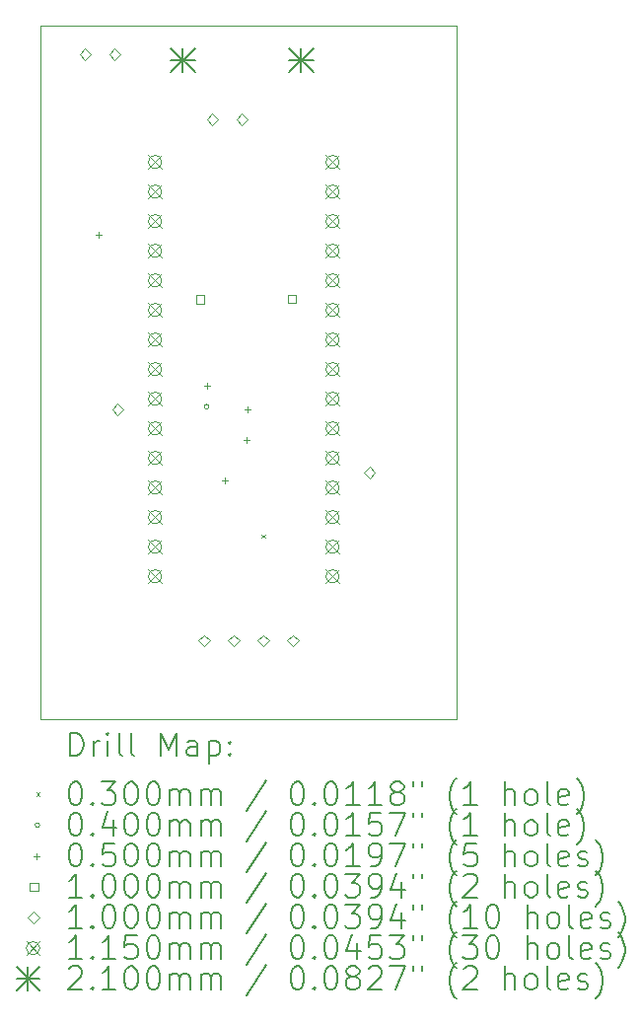
<source format=gbr>
%TF.GenerationSoftware,KiCad,Pcbnew,7.0.5*%
%TF.CreationDate,2023-07-10T18:38:20-07:00*%
%TF.ProjectId,Breakout,42726561-6b6f-4757-942e-6b696361645f,rev?*%
%TF.SameCoordinates,Original*%
%TF.FileFunction,Drillmap*%
%TF.FilePolarity,Positive*%
%FSLAX45Y45*%
G04 Gerber Fmt 4.5, Leading zero omitted, Abs format (unit mm)*
G04 Created by KiCad (PCBNEW 7.0.5) date 2023-07-10 18:38:20*
%MOMM*%
%LPD*%
G01*
G04 APERTURE LIST*
%ADD10C,0.100000*%
%ADD11C,0.200000*%
%ADD12C,0.030000*%
%ADD13C,0.040000*%
%ADD14C,0.050000*%
%ADD15C,0.115000*%
%ADD16C,0.210000*%
G04 APERTURE END LIST*
D10*
X10485000Y-6887600D02*
X14060000Y-6887600D01*
X14060000Y-12844000D01*
X10485000Y-12844000D01*
X10485000Y-6887600D01*
D11*
D12*
X12382500Y-11260000D02*
X12412500Y-11290000D01*
X12412500Y-11260000D02*
X12382500Y-11290000D01*
D13*
X11932600Y-10160000D02*
G75*
G03*
X11932600Y-10160000I-20000J0D01*
G01*
D14*
X10987100Y-8662100D02*
X10987100Y-8712100D01*
X10962100Y-8687100D02*
X11012100Y-8687100D01*
X11920000Y-9957500D02*
X11920000Y-10007500D01*
X11895000Y-9982500D02*
X11945000Y-9982500D01*
X12070000Y-10767500D02*
X12070000Y-10817500D01*
X12045000Y-10792500D02*
X12095000Y-10792500D01*
X12258750Y-10426250D02*
X12258750Y-10476250D01*
X12233750Y-10451250D02*
X12283750Y-10451250D01*
X12262000Y-10160000D02*
X12262000Y-10210000D01*
X12237000Y-10185000D02*
X12287000Y-10185000D01*
D10*
X11895356Y-9275356D02*
X11895356Y-9204644D01*
X11824644Y-9204644D01*
X11824644Y-9275356D01*
X11895356Y-9275356D01*
X12677856Y-9270356D02*
X12677856Y-9199644D01*
X12607144Y-9199644D01*
X12607144Y-9270356D01*
X12677856Y-9270356D01*
X10871200Y-7187400D02*
X10921200Y-7137400D01*
X10871200Y-7087400D01*
X10821200Y-7137400D01*
X10871200Y-7187400D01*
X11125200Y-7187400D02*
X11175200Y-7137400D01*
X11125200Y-7087400D01*
X11075200Y-7137400D01*
X11125200Y-7187400D01*
X11150600Y-10235400D02*
X11200600Y-10185400D01*
X11150600Y-10135400D01*
X11100600Y-10185400D01*
X11150600Y-10235400D01*
X11891200Y-12220000D02*
X11941200Y-12170000D01*
X11891200Y-12120000D01*
X11841200Y-12170000D01*
X11891200Y-12220000D01*
X11963400Y-7746200D02*
X12013400Y-7696200D01*
X11963400Y-7646200D01*
X11913400Y-7696200D01*
X11963400Y-7746200D01*
X12145200Y-12220000D02*
X12195200Y-12170000D01*
X12145200Y-12120000D01*
X12095200Y-12170000D01*
X12145200Y-12220000D01*
X12217400Y-7746200D02*
X12267400Y-7696200D01*
X12217400Y-7646200D01*
X12167400Y-7696200D01*
X12217400Y-7746200D01*
X12399200Y-12220000D02*
X12449200Y-12170000D01*
X12399200Y-12120000D01*
X12349200Y-12170000D01*
X12399200Y-12220000D01*
X12653200Y-12220000D02*
X12703200Y-12170000D01*
X12653200Y-12120000D01*
X12603200Y-12170000D01*
X12653200Y-12220000D01*
X13310000Y-10780000D02*
X13360000Y-10730000D01*
X13310000Y-10680000D01*
X13260000Y-10730000D01*
X13310000Y-10780000D01*
D15*
X11412700Y-8004450D02*
X11527700Y-8119450D01*
X11527700Y-8004450D02*
X11412700Y-8119450D01*
X11527700Y-8061950D02*
G75*
G03*
X11527700Y-8061950I-57500J0D01*
G01*
X11412700Y-8258450D02*
X11527700Y-8373450D01*
X11527700Y-8258450D02*
X11412700Y-8373450D01*
X11527700Y-8315950D02*
G75*
G03*
X11527700Y-8315950I-57500J0D01*
G01*
X11412700Y-8512450D02*
X11527700Y-8627450D01*
X11527700Y-8512450D02*
X11412700Y-8627450D01*
X11527700Y-8569950D02*
G75*
G03*
X11527700Y-8569950I-57500J0D01*
G01*
X11412700Y-8766450D02*
X11527700Y-8881450D01*
X11527700Y-8766450D02*
X11412700Y-8881450D01*
X11527700Y-8823950D02*
G75*
G03*
X11527700Y-8823950I-57500J0D01*
G01*
X11412700Y-9020450D02*
X11527700Y-9135450D01*
X11527700Y-9020450D02*
X11412700Y-9135450D01*
X11527700Y-9077950D02*
G75*
G03*
X11527700Y-9077950I-57500J0D01*
G01*
X11412700Y-9274450D02*
X11527700Y-9389450D01*
X11527700Y-9274450D02*
X11412700Y-9389450D01*
X11527700Y-9331950D02*
G75*
G03*
X11527700Y-9331950I-57500J0D01*
G01*
X11412700Y-9528450D02*
X11527700Y-9643450D01*
X11527700Y-9528450D02*
X11412700Y-9643450D01*
X11527700Y-9585950D02*
G75*
G03*
X11527700Y-9585950I-57500J0D01*
G01*
X11412700Y-9782450D02*
X11527700Y-9897450D01*
X11527700Y-9782450D02*
X11412700Y-9897450D01*
X11527700Y-9839950D02*
G75*
G03*
X11527700Y-9839950I-57500J0D01*
G01*
X11412700Y-10036450D02*
X11527700Y-10151450D01*
X11527700Y-10036450D02*
X11412700Y-10151450D01*
X11527700Y-10093950D02*
G75*
G03*
X11527700Y-10093950I-57500J0D01*
G01*
X11412700Y-10290450D02*
X11527700Y-10405450D01*
X11527700Y-10290450D02*
X11412700Y-10405450D01*
X11527700Y-10347950D02*
G75*
G03*
X11527700Y-10347950I-57500J0D01*
G01*
X11412700Y-10544450D02*
X11527700Y-10659450D01*
X11527700Y-10544450D02*
X11412700Y-10659450D01*
X11527700Y-10601950D02*
G75*
G03*
X11527700Y-10601950I-57500J0D01*
G01*
X11412700Y-10798450D02*
X11527700Y-10913450D01*
X11527700Y-10798450D02*
X11412700Y-10913450D01*
X11527700Y-10855950D02*
G75*
G03*
X11527700Y-10855950I-57500J0D01*
G01*
X11412700Y-11052450D02*
X11527700Y-11167450D01*
X11527700Y-11052450D02*
X11412700Y-11167450D01*
X11527700Y-11109950D02*
G75*
G03*
X11527700Y-11109950I-57500J0D01*
G01*
X11412700Y-11306450D02*
X11527700Y-11421450D01*
X11527700Y-11306450D02*
X11412700Y-11421450D01*
X11527700Y-11363950D02*
G75*
G03*
X11527700Y-11363950I-57500J0D01*
G01*
X11412700Y-11560450D02*
X11527700Y-11675450D01*
X11527700Y-11560450D02*
X11412700Y-11675450D01*
X11527700Y-11617950D02*
G75*
G03*
X11527700Y-11617950I-57500J0D01*
G01*
X12936700Y-8004450D02*
X13051700Y-8119450D01*
X13051700Y-8004450D02*
X12936700Y-8119450D01*
X13051700Y-8061950D02*
G75*
G03*
X13051700Y-8061950I-57500J0D01*
G01*
X12936700Y-8258450D02*
X13051700Y-8373450D01*
X13051700Y-8258450D02*
X12936700Y-8373450D01*
X13051700Y-8315950D02*
G75*
G03*
X13051700Y-8315950I-57500J0D01*
G01*
X12936700Y-8512450D02*
X13051700Y-8627450D01*
X13051700Y-8512450D02*
X12936700Y-8627450D01*
X13051700Y-8569950D02*
G75*
G03*
X13051700Y-8569950I-57500J0D01*
G01*
X12936700Y-8766450D02*
X13051700Y-8881450D01*
X13051700Y-8766450D02*
X12936700Y-8881450D01*
X13051700Y-8823950D02*
G75*
G03*
X13051700Y-8823950I-57500J0D01*
G01*
X12936700Y-9020450D02*
X13051700Y-9135450D01*
X13051700Y-9020450D02*
X12936700Y-9135450D01*
X13051700Y-9077950D02*
G75*
G03*
X13051700Y-9077950I-57500J0D01*
G01*
X12936700Y-9274450D02*
X13051700Y-9389450D01*
X13051700Y-9274450D02*
X12936700Y-9389450D01*
X13051700Y-9331950D02*
G75*
G03*
X13051700Y-9331950I-57500J0D01*
G01*
X12936700Y-9528450D02*
X13051700Y-9643450D01*
X13051700Y-9528450D02*
X12936700Y-9643450D01*
X13051700Y-9585950D02*
G75*
G03*
X13051700Y-9585950I-57500J0D01*
G01*
X12936700Y-9782450D02*
X13051700Y-9897450D01*
X13051700Y-9782450D02*
X12936700Y-9897450D01*
X13051700Y-9839950D02*
G75*
G03*
X13051700Y-9839950I-57500J0D01*
G01*
X12936700Y-10036450D02*
X13051700Y-10151450D01*
X13051700Y-10036450D02*
X12936700Y-10151450D01*
X13051700Y-10093950D02*
G75*
G03*
X13051700Y-10093950I-57500J0D01*
G01*
X12936700Y-10290450D02*
X13051700Y-10405450D01*
X13051700Y-10290450D02*
X12936700Y-10405450D01*
X13051700Y-10347950D02*
G75*
G03*
X13051700Y-10347950I-57500J0D01*
G01*
X12936700Y-10544450D02*
X13051700Y-10659450D01*
X13051700Y-10544450D02*
X12936700Y-10659450D01*
X13051700Y-10601950D02*
G75*
G03*
X13051700Y-10601950I-57500J0D01*
G01*
X12936700Y-10798450D02*
X13051700Y-10913450D01*
X13051700Y-10798450D02*
X12936700Y-10913450D01*
X13051700Y-10855950D02*
G75*
G03*
X13051700Y-10855950I-57500J0D01*
G01*
X12936700Y-11052450D02*
X13051700Y-11167450D01*
X13051700Y-11052450D02*
X12936700Y-11167450D01*
X13051700Y-11109950D02*
G75*
G03*
X13051700Y-11109950I-57500J0D01*
G01*
X12936700Y-11306450D02*
X13051700Y-11421450D01*
X13051700Y-11306450D02*
X12936700Y-11421450D01*
X13051700Y-11363950D02*
G75*
G03*
X13051700Y-11363950I-57500J0D01*
G01*
X12936700Y-11560450D02*
X13051700Y-11675450D01*
X13051700Y-11560450D02*
X12936700Y-11675450D01*
X13051700Y-11617950D02*
G75*
G03*
X13051700Y-11617950I-57500J0D01*
G01*
D16*
X11604400Y-7083200D02*
X11814400Y-7293200D01*
X11814400Y-7083200D02*
X11604400Y-7293200D01*
X11709400Y-7083200D02*
X11709400Y-7293200D01*
X11604400Y-7188200D02*
X11814400Y-7188200D01*
X12620400Y-7083200D02*
X12830400Y-7293200D01*
X12830400Y-7083200D02*
X12620400Y-7293200D01*
X12725400Y-7083200D02*
X12725400Y-7293200D01*
X12620400Y-7188200D02*
X12830400Y-7188200D01*
D11*
X10740777Y-13160484D02*
X10740777Y-12960484D01*
X10740777Y-12960484D02*
X10788396Y-12960484D01*
X10788396Y-12960484D02*
X10816967Y-12970008D01*
X10816967Y-12970008D02*
X10836015Y-12989055D01*
X10836015Y-12989055D02*
X10845539Y-13008103D01*
X10845539Y-13008103D02*
X10855063Y-13046198D01*
X10855063Y-13046198D02*
X10855063Y-13074769D01*
X10855063Y-13074769D02*
X10845539Y-13112865D01*
X10845539Y-13112865D02*
X10836015Y-13131912D01*
X10836015Y-13131912D02*
X10816967Y-13150960D01*
X10816967Y-13150960D02*
X10788396Y-13160484D01*
X10788396Y-13160484D02*
X10740777Y-13160484D01*
X10940777Y-13160484D02*
X10940777Y-13027150D01*
X10940777Y-13065246D02*
X10950301Y-13046198D01*
X10950301Y-13046198D02*
X10959824Y-13036674D01*
X10959824Y-13036674D02*
X10978872Y-13027150D01*
X10978872Y-13027150D02*
X10997920Y-13027150D01*
X11064586Y-13160484D02*
X11064586Y-13027150D01*
X11064586Y-12960484D02*
X11055063Y-12970008D01*
X11055063Y-12970008D02*
X11064586Y-12979531D01*
X11064586Y-12979531D02*
X11074110Y-12970008D01*
X11074110Y-12970008D02*
X11064586Y-12960484D01*
X11064586Y-12960484D02*
X11064586Y-12979531D01*
X11188396Y-13160484D02*
X11169348Y-13150960D01*
X11169348Y-13150960D02*
X11159824Y-13131912D01*
X11159824Y-13131912D02*
X11159824Y-12960484D01*
X11293158Y-13160484D02*
X11274110Y-13150960D01*
X11274110Y-13150960D02*
X11264586Y-13131912D01*
X11264586Y-13131912D02*
X11264586Y-12960484D01*
X11521729Y-13160484D02*
X11521729Y-12960484D01*
X11521729Y-12960484D02*
X11588396Y-13103341D01*
X11588396Y-13103341D02*
X11655062Y-12960484D01*
X11655062Y-12960484D02*
X11655062Y-13160484D01*
X11836015Y-13160484D02*
X11836015Y-13055722D01*
X11836015Y-13055722D02*
X11826491Y-13036674D01*
X11826491Y-13036674D02*
X11807443Y-13027150D01*
X11807443Y-13027150D02*
X11769348Y-13027150D01*
X11769348Y-13027150D02*
X11750301Y-13036674D01*
X11836015Y-13150960D02*
X11816967Y-13160484D01*
X11816967Y-13160484D02*
X11769348Y-13160484D01*
X11769348Y-13160484D02*
X11750301Y-13150960D01*
X11750301Y-13150960D02*
X11740777Y-13131912D01*
X11740777Y-13131912D02*
X11740777Y-13112865D01*
X11740777Y-13112865D02*
X11750301Y-13093817D01*
X11750301Y-13093817D02*
X11769348Y-13084293D01*
X11769348Y-13084293D02*
X11816967Y-13084293D01*
X11816967Y-13084293D02*
X11836015Y-13074769D01*
X11931253Y-13027150D02*
X11931253Y-13227150D01*
X11931253Y-13036674D02*
X11950301Y-13027150D01*
X11950301Y-13027150D02*
X11988396Y-13027150D01*
X11988396Y-13027150D02*
X12007443Y-13036674D01*
X12007443Y-13036674D02*
X12016967Y-13046198D01*
X12016967Y-13046198D02*
X12026491Y-13065246D01*
X12026491Y-13065246D02*
X12026491Y-13122388D01*
X12026491Y-13122388D02*
X12016967Y-13141436D01*
X12016967Y-13141436D02*
X12007443Y-13150960D01*
X12007443Y-13150960D02*
X11988396Y-13160484D01*
X11988396Y-13160484D02*
X11950301Y-13160484D01*
X11950301Y-13160484D02*
X11931253Y-13150960D01*
X12112205Y-13141436D02*
X12121729Y-13150960D01*
X12121729Y-13150960D02*
X12112205Y-13160484D01*
X12112205Y-13160484D02*
X12102682Y-13150960D01*
X12102682Y-13150960D02*
X12112205Y-13141436D01*
X12112205Y-13141436D02*
X12112205Y-13160484D01*
X12112205Y-13036674D02*
X12121729Y-13046198D01*
X12121729Y-13046198D02*
X12112205Y-13055722D01*
X12112205Y-13055722D02*
X12102682Y-13046198D01*
X12102682Y-13046198D02*
X12112205Y-13036674D01*
X12112205Y-13036674D02*
X12112205Y-13055722D01*
D12*
X10450000Y-13474000D02*
X10480000Y-13504000D01*
X10480000Y-13474000D02*
X10450000Y-13504000D01*
D11*
X10778872Y-13380484D02*
X10797920Y-13380484D01*
X10797920Y-13380484D02*
X10816967Y-13390008D01*
X10816967Y-13390008D02*
X10826491Y-13399531D01*
X10826491Y-13399531D02*
X10836015Y-13418579D01*
X10836015Y-13418579D02*
X10845539Y-13456674D01*
X10845539Y-13456674D02*
X10845539Y-13504293D01*
X10845539Y-13504293D02*
X10836015Y-13542388D01*
X10836015Y-13542388D02*
X10826491Y-13561436D01*
X10826491Y-13561436D02*
X10816967Y-13570960D01*
X10816967Y-13570960D02*
X10797920Y-13580484D01*
X10797920Y-13580484D02*
X10778872Y-13580484D01*
X10778872Y-13580484D02*
X10759824Y-13570960D01*
X10759824Y-13570960D02*
X10750301Y-13561436D01*
X10750301Y-13561436D02*
X10740777Y-13542388D01*
X10740777Y-13542388D02*
X10731253Y-13504293D01*
X10731253Y-13504293D02*
X10731253Y-13456674D01*
X10731253Y-13456674D02*
X10740777Y-13418579D01*
X10740777Y-13418579D02*
X10750301Y-13399531D01*
X10750301Y-13399531D02*
X10759824Y-13390008D01*
X10759824Y-13390008D02*
X10778872Y-13380484D01*
X10931253Y-13561436D02*
X10940777Y-13570960D01*
X10940777Y-13570960D02*
X10931253Y-13580484D01*
X10931253Y-13580484D02*
X10921729Y-13570960D01*
X10921729Y-13570960D02*
X10931253Y-13561436D01*
X10931253Y-13561436D02*
X10931253Y-13580484D01*
X11007444Y-13380484D02*
X11131253Y-13380484D01*
X11131253Y-13380484D02*
X11064586Y-13456674D01*
X11064586Y-13456674D02*
X11093158Y-13456674D01*
X11093158Y-13456674D02*
X11112205Y-13466198D01*
X11112205Y-13466198D02*
X11121729Y-13475722D01*
X11121729Y-13475722D02*
X11131253Y-13494769D01*
X11131253Y-13494769D02*
X11131253Y-13542388D01*
X11131253Y-13542388D02*
X11121729Y-13561436D01*
X11121729Y-13561436D02*
X11112205Y-13570960D01*
X11112205Y-13570960D02*
X11093158Y-13580484D01*
X11093158Y-13580484D02*
X11036015Y-13580484D01*
X11036015Y-13580484D02*
X11016967Y-13570960D01*
X11016967Y-13570960D02*
X11007444Y-13561436D01*
X11255062Y-13380484D02*
X11274110Y-13380484D01*
X11274110Y-13380484D02*
X11293158Y-13390008D01*
X11293158Y-13390008D02*
X11302682Y-13399531D01*
X11302682Y-13399531D02*
X11312205Y-13418579D01*
X11312205Y-13418579D02*
X11321729Y-13456674D01*
X11321729Y-13456674D02*
X11321729Y-13504293D01*
X11321729Y-13504293D02*
X11312205Y-13542388D01*
X11312205Y-13542388D02*
X11302682Y-13561436D01*
X11302682Y-13561436D02*
X11293158Y-13570960D01*
X11293158Y-13570960D02*
X11274110Y-13580484D01*
X11274110Y-13580484D02*
X11255062Y-13580484D01*
X11255062Y-13580484D02*
X11236015Y-13570960D01*
X11236015Y-13570960D02*
X11226491Y-13561436D01*
X11226491Y-13561436D02*
X11216967Y-13542388D01*
X11216967Y-13542388D02*
X11207443Y-13504293D01*
X11207443Y-13504293D02*
X11207443Y-13456674D01*
X11207443Y-13456674D02*
X11216967Y-13418579D01*
X11216967Y-13418579D02*
X11226491Y-13399531D01*
X11226491Y-13399531D02*
X11236015Y-13390008D01*
X11236015Y-13390008D02*
X11255062Y-13380484D01*
X11445539Y-13380484D02*
X11464586Y-13380484D01*
X11464586Y-13380484D02*
X11483634Y-13390008D01*
X11483634Y-13390008D02*
X11493158Y-13399531D01*
X11493158Y-13399531D02*
X11502682Y-13418579D01*
X11502682Y-13418579D02*
X11512205Y-13456674D01*
X11512205Y-13456674D02*
X11512205Y-13504293D01*
X11512205Y-13504293D02*
X11502682Y-13542388D01*
X11502682Y-13542388D02*
X11493158Y-13561436D01*
X11493158Y-13561436D02*
X11483634Y-13570960D01*
X11483634Y-13570960D02*
X11464586Y-13580484D01*
X11464586Y-13580484D02*
X11445539Y-13580484D01*
X11445539Y-13580484D02*
X11426491Y-13570960D01*
X11426491Y-13570960D02*
X11416967Y-13561436D01*
X11416967Y-13561436D02*
X11407443Y-13542388D01*
X11407443Y-13542388D02*
X11397920Y-13504293D01*
X11397920Y-13504293D02*
X11397920Y-13456674D01*
X11397920Y-13456674D02*
X11407443Y-13418579D01*
X11407443Y-13418579D02*
X11416967Y-13399531D01*
X11416967Y-13399531D02*
X11426491Y-13390008D01*
X11426491Y-13390008D02*
X11445539Y-13380484D01*
X11597920Y-13580484D02*
X11597920Y-13447150D01*
X11597920Y-13466198D02*
X11607443Y-13456674D01*
X11607443Y-13456674D02*
X11626491Y-13447150D01*
X11626491Y-13447150D02*
X11655063Y-13447150D01*
X11655063Y-13447150D02*
X11674110Y-13456674D01*
X11674110Y-13456674D02*
X11683634Y-13475722D01*
X11683634Y-13475722D02*
X11683634Y-13580484D01*
X11683634Y-13475722D02*
X11693158Y-13456674D01*
X11693158Y-13456674D02*
X11712205Y-13447150D01*
X11712205Y-13447150D02*
X11740777Y-13447150D01*
X11740777Y-13447150D02*
X11759824Y-13456674D01*
X11759824Y-13456674D02*
X11769348Y-13475722D01*
X11769348Y-13475722D02*
X11769348Y-13580484D01*
X11864586Y-13580484D02*
X11864586Y-13447150D01*
X11864586Y-13466198D02*
X11874110Y-13456674D01*
X11874110Y-13456674D02*
X11893158Y-13447150D01*
X11893158Y-13447150D02*
X11921729Y-13447150D01*
X11921729Y-13447150D02*
X11940777Y-13456674D01*
X11940777Y-13456674D02*
X11950301Y-13475722D01*
X11950301Y-13475722D02*
X11950301Y-13580484D01*
X11950301Y-13475722D02*
X11959824Y-13456674D01*
X11959824Y-13456674D02*
X11978872Y-13447150D01*
X11978872Y-13447150D02*
X12007443Y-13447150D01*
X12007443Y-13447150D02*
X12026491Y-13456674D01*
X12026491Y-13456674D02*
X12036015Y-13475722D01*
X12036015Y-13475722D02*
X12036015Y-13580484D01*
X12426491Y-13370960D02*
X12255063Y-13628103D01*
X12683634Y-13380484D02*
X12702682Y-13380484D01*
X12702682Y-13380484D02*
X12721729Y-13390008D01*
X12721729Y-13390008D02*
X12731253Y-13399531D01*
X12731253Y-13399531D02*
X12740777Y-13418579D01*
X12740777Y-13418579D02*
X12750301Y-13456674D01*
X12750301Y-13456674D02*
X12750301Y-13504293D01*
X12750301Y-13504293D02*
X12740777Y-13542388D01*
X12740777Y-13542388D02*
X12731253Y-13561436D01*
X12731253Y-13561436D02*
X12721729Y-13570960D01*
X12721729Y-13570960D02*
X12702682Y-13580484D01*
X12702682Y-13580484D02*
X12683634Y-13580484D01*
X12683634Y-13580484D02*
X12664586Y-13570960D01*
X12664586Y-13570960D02*
X12655063Y-13561436D01*
X12655063Y-13561436D02*
X12645539Y-13542388D01*
X12645539Y-13542388D02*
X12636015Y-13504293D01*
X12636015Y-13504293D02*
X12636015Y-13456674D01*
X12636015Y-13456674D02*
X12645539Y-13418579D01*
X12645539Y-13418579D02*
X12655063Y-13399531D01*
X12655063Y-13399531D02*
X12664586Y-13390008D01*
X12664586Y-13390008D02*
X12683634Y-13380484D01*
X12836015Y-13561436D02*
X12845539Y-13570960D01*
X12845539Y-13570960D02*
X12836015Y-13580484D01*
X12836015Y-13580484D02*
X12826491Y-13570960D01*
X12826491Y-13570960D02*
X12836015Y-13561436D01*
X12836015Y-13561436D02*
X12836015Y-13580484D01*
X12969348Y-13380484D02*
X12988396Y-13380484D01*
X12988396Y-13380484D02*
X13007444Y-13390008D01*
X13007444Y-13390008D02*
X13016967Y-13399531D01*
X13016967Y-13399531D02*
X13026491Y-13418579D01*
X13026491Y-13418579D02*
X13036015Y-13456674D01*
X13036015Y-13456674D02*
X13036015Y-13504293D01*
X13036015Y-13504293D02*
X13026491Y-13542388D01*
X13026491Y-13542388D02*
X13016967Y-13561436D01*
X13016967Y-13561436D02*
X13007444Y-13570960D01*
X13007444Y-13570960D02*
X12988396Y-13580484D01*
X12988396Y-13580484D02*
X12969348Y-13580484D01*
X12969348Y-13580484D02*
X12950301Y-13570960D01*
X12950301Y-13570960D02*
X12940777Y-13561436D01*
X12940777Y-13561436D02*
X12931253Y-13542388D01*
X12931253Y-13542388D02*
X12921729Y-13504293D01*
X12921729Y-13504293D02*
X12921729Y-13456674D01*
X12921729Y-13456674D02*
X12931253Y-13418579D01*
X12931253Y-13418579D02*
X12940777Y-13399531D01*
X12940777Y-13399531D02*
X12950301Y-13390008D01*
X12950301Y-13390008D02*
X12969348Y-13380484D01*
X13226491Y-13580484D02*
X13112206Y-13580484D01*
X13169348Y-13580484D02*
X13169348Y-13380484D01*
X13169348Y-13380484D02*
X13150301Y-13409055D01*
X13150301Y-13409055D02*
X13131253Y-13428103D01*
X13131253Y-13428103D02*
X13112206Y-13437627D01*
X13416967Y-13580484D02*
X13302682Y-13580484D01*
X13359825Y-13580484D02*
X13359825Y-13380484D01*
X13359825Y-13380484D02*
X13340777Y-13409055D01*
X13340777Y-13409055D02*
X13321729Y-13428103D01*
X13321729Y-13428103D02*
X13302682Y-13437627D01*
X13531253Y-13466198D02*
X13512206Y-13456674D01*
X13512206Y-13456674D02*
X13502682Y-13447150D01*
X13502682Y-13447150D02*
X13493158Y-13428103D01*
X13493158Y-13428103D02*
X13493158Y-13418579D01*
X13493158Y-13418579D02*
X13502682Y-13399531D01*
X13502682Y-13399531D02*
X13512206Y-13390008D01*
X13512206Y-13390008D02*
X13531253Y-13380484D01*
X13531253Y-13380484D02*
X13569348Y-13380484D01*
X13569348Y-13380484D02*
X13588396Y-13390008D01*
X13588396Y-13390008D02*
X13597920Y-13399531D01*
X13597920Y-13399531D02*
X13607444Y-13418579D01*
X13607444Y-13418579D02*
X13607444Y-13428103D01*
X13607444Y-13428103D02*
X13597920Y-13447150D01*
X13597920Y-13447150D02*
X13588396Y-13456674D01*
X13588396Y-13456674D02*
X13569348Y-13466198D01*
X13569348Y-13466198D02*
X13531253Y-13466198D01*
X13531253Y-13466198D02*
X13512206Y-13475722D01*
X13512206Y-13475722D02*
X13502682Y-13485246D01*
X13502682Y-13485246D02*
X13493158Y-13504293D01*
X13493158Y-13504293D02*
X13493158Y-13542388D01*
X13493158Y-13542388D02*
X13502682Y-13561436D01*
X13502682Y-13561436D02*
X13512206Y-13570960D01*
X13512206Y-13570960D02*
X13531253Y-13580484D01*
X13531253Y-13580484D02*
X13569348Y-13580484D01*
X13569348Y-13580484D02*
X13588396Y-13570960D01*
X13588396Y-13570960D02*
X13597920Y-13561436D01*
X13597920Y-13561436D02*
X13607444Y-13542388D01*
X13607444Y-13542388D02*
X13607444Y-13504293D01*
X13607444Y-13504293D02*
X13597920Y-13485246D01*
X13597920Y-13485246D02*
X13588396Y-13475722D01*
X13588396Y-13475722D02*
X13569348Y-13466198D01*
X13683634Y-13380484D02*
X13683634Y-13418579D01*
X13759825Y-13380484D02*
X13759825Y-13418579D01*
X14055063Y-13656674D02*
X14045539Y-13647150D01*
X14045539Y-13647150D02*
X14026491Y-13618579D01*
X14026491Y-13618579D02*
X14016968Y-13599531D01*
X14016968Y-13599531D02*
X14007444Y-13570960D01*
X14007444Y-13570960D02*
X13997920Y-13523341D01*
X13997920Y-13523341D02*
X13997920Y-13485246D01*
X13997920Y-13485246D02*
X14007444Y-13437627D01*
X14007444Y-13437627D02*
X14016968Y-13409055D01*
X14016968Y-13409055D02*
X14026491Y-13390008D01*
X14026491Y-13390008D02*
X14045539Y-13361436D01*
X14045539Y-13361436D02*
X14055063Y-13351912D01*
X14236015Y-13580484D02*
X14121729Y-13580484D01*
X14178872Y-13580484D02*
X14178872Y-13380484D01*
X14178872Y-13380484D02*
X14159825Y-13409055D01*
X14159825Y-13409055D02*
X14140777Y-13428103D01*
X14140777Y-13428103D02*
X14121729Y-13437627D01*
X14474110Y-13580484D02*
X14474110Y-13380484D01*
X14559825Y-13580484D02*
X14559825Y-13475722D01*
X14559825Y-13475722D02*
X14550301Y-13456674D01*
X14550301Y-13456674D02*
X14531253Y-13447150D01*
X14531253Y-13447150D02*
X14502682Y-13447150D01*
X14502682Y-13447150D02*
X14483634Y-13456674D01*
X14483634Y-13456674D02*
X14474110Y-13466198D01*
X14683634Y-13580484D02*
X14664587Y-13570960D01*
X14664587Y-13570960D02*
X14655063Y-13561436D01*
X14655063Y-13561436D02*
X14645539Y-13542388D01*
X14645539Y-13542388D02*
X14645539Y-13485246D01*
X14645539Y-13485246D02*
X14655063Y-13466198D01*
X14655063Y-13466198D02*
X14664587Y-13456674D01*
X14664587Y-13456674D02*
X14683634Y-13447150D01*
X14683634Y-13447150D02*
X14712206Y-13447150D01*
X14712206Y-13447150D02*
X14731253Y-13456674D01*
X14731253Y-13456674D02*
X14740777Y-13466198D01*
X14740777Y-13466198D02*
X14750301Y-13485246D01*
X14750301Y-13485246D02*
X14750301Y-13542388D01*
X14750301Y-13542388D02*
X14740777Y-13561436D01*
X14740777Y-13561436D02*
X14731253Y-13570960D01*
X14731253Y-13570960D02*
X14712206Y-13580484D01*
X14712206Y-13580484D02*
X14683634Y-13580484D01*
X14864587Y-13580484D02*
X14845539Y-13570960D01*
X14845539Y-13570960D02*
X14836015Y-13551912D01*
X14836015Y-13551912D02*
X14836015Y-13380484D01*
X15016968Y-13570960D02*
X14997920Y-13580484D01*
X14997920Y-13580484D02*
X14959825Y-13580484D01*
X14959825Y-13580484D02*
X14940777Y-13570960D01*
X14940777Y-13570960D02*
X14931253Y-13551912D01*
X14931253Y-13551912D02*
X14931253Y-13475722D01*
X14931253Y-13475722D02*
X14940777Y-13456674D01*
X14940777Y-13456674D02*
X14959825Y-13447150D01*
X14959825Y-13447150D02*
X14997920Y-13447150D01*
X14997920Y-13447150D02*
X15016968Y-13456674D01*
X15016968Y-13456674D02*
X15026491Y-13475722D01*
X15026491Y-13475722D02*
X15026491Y-13494769D01*
X15026491Y-13494769D02*
X14931253Y-13513817D01*
X15093158Y-13656674D02*
X15102682Y-13647150D01*
X15102682Y-13647150D02*
X15121730Y-13618579D01*
X15121730Y-13618579D02*
X15131253Y-13599531D01*
X15131253Y-13599531D02*
X15140777Y-13570960D01*
X15140777Y-13570960D02*
X15150301Y-13523341D01*
X15150301Y-13523341D02*
X15150301Y-13485246D01*
X15150301Y-13485246D02*
X15140777Y-13437627D01*
X15140777Y-13437627D02*
X15131253Y-13409055D01*
X15131253Y-13409055D02*
X15121730Y-13390008D01*
X15121730Y-13390008D02*
X15102682Y-13361436D01*
X15102682Y-13361436D02*
X15093158Y-13351912D01*
D13*
X10480000Y-13753000D02*
G75*
G03*
X10480000Y-13753000I-20000J0D01*
G01*
D11*
X10778872Y-13644484D02*
X10797920Y-13644484D01*
X10797920Y-13644484D02*
X10816967Y-13654008D01*
X10816967Y-13654008D02*
X10826491Y-13663531D01*
X10826491Y-13663531D02*
X10836015Y-13682579D01*
X10836015Y-13682579D02*
X10845539Y-13720674D01*
X10845539Y-13720674D02*
X10845539Y-13768293D01*
X10845539Y-13768293D02*
X10836015Y-13806388D01*
X10836015Y-13806388D02*
X10826491Y-13825436D01*
X10826491Y-13825436D02*
X10816967Y-13834960D01*
X10816967Y-13834960D02*
X10797920Y-13844484D01*
X10797920Y-13844484D02*
X10778872Y-13844484D01*
X10778872Y-13844484D02*
X10759824Y-13834960D01*
X10759824Y-13834960D02*
X10750301Y-13825436D01*
X10750301Y-13825436D02*
X10740777Y-13806388D01*
X10740777Y-13806388D02*
X10731253Y-13768293D01*
X10731253Y-13768293D02*
X10731253Y-13720674D01*
X10731253Y-13720674D02*
X10740777Y-13682579D01*
X10740777Y-13682579D02*
X10750301Y-13663531D01*
X10750301Y-13663531D02*
X10759824Y-13654008D01*
X10759824Y-13654008D02*
X10778872Y-13644484D01*
X10931253Y-13825436D02*
X10940777Y-13834960D01*
X10940777Y-13834960D02*
X10931253Y-13844484D01*
X10931253Y-13844484D02*
X10921729Y-13834960D01*
X10921729Y-13834960D02*
X10931253Y-13825436D01*
X10931253Y-13825436D02*
X10931253Y-13844484D01*
X11112205Y-13711150D02*
X11112205Y-13844484D01*
X11064586Y-13634960D02*
X11016967Y-13777817D01*
X11016967Y-13777817D02*
X11140777Y-13777817D01*
X11255062Y-13644484D02*
X11274110Y-13644484D01*
X11274110Y-13644484D02*
X11293158Y-13654008D01*
X11293158Y-13654008D02*
X11302682Y-13663531D01*
X11302682Y-13663531D02*
X11312205Y-13682579D01*
X11312205Y-13682579D02*
X11321729Y-13720674D01*
X11321729Y-13720674D02*
X11321729Y-13768293D01*
X11321729Y-13768293D02*
X11312205Y-13806388D01*
X11312205Y-13806388D02*
X11302682Y-13825436D01*
X11302682Y-13825436D02*
X11293158Y-13834960D01*
X11293158Y-13834960D02*
X11274110Y-13844484D01*
X11274110Y-13844484D02*
X11255062Y-13844484D01*
X11255062Y-13844484D02*
X11236015Y-13834960D01*
X11236015Y-13834960D02*
X11226491Y-13825436D01*
X11226491Y-13825436D02*
X11216967Y-13806388D01*
X11216967Y-13806388D02*
X11207443Y-13768293D01*
X11207443Y-13768293D02*
X11207443Y-13720674D01*
X11207443Y-13720674D02*
X11216967Y-13682579D01*
X11216967Y-13682579D02*
X11226491Y-13663531D01*
X11226491Y-13663531D02*
X11236015Y-13654008D01*
X11236015Y-13654008D02*
X11255062Y-13644484D01*
X11445539Y-13644484D02*
X11464586Y-13644484D01*
X11464586Y-13644484D02*
X11483634Y-13654008D01*
X11483634Y-13654008D02*
X11493158Y-13663531D01*
X11493158Y-13663531D02*
X11502682Y-13682579D01*
X11502682Y-13682579D02*
X11512205Y-13720674D01*
X11512205Y-13720674D02*
X11512205Y-13768293D01*
X11512205Y-13768293D02*
X11502682Y-13806388D01*
X11502682Y-13806388D02*
X11493158Y-13825436D01*
X11493158Y-13825436D02*
X11483634Y-13834960D01*
X11483634Y-13834960D02*
X11464586Y-13844484D01*
X11464586Y-13844484D02*
X11445539Y-13844484D01*
X11445539Y-13844484D02*
X11426491Y-13834960D01*
X11426491Y-13834960D02*
X11416967Y-13825436D01*
X11416967Y-13825436D02*
X11407443Y-13806388D01*
X11407443Y-13806388D02*
X11397920Y-13768293D01*
X11397920Y-13768293D02*
X11397920Y-13720674D01*
X11397920Y-13720674D02*
X11407443Y-13682579D01*
X11407443Y-13682579D02*
X11416967Y-13663531D01*
X11416967Y-13663531D02*
X11426491Y-13654008D01*
X11426491Y-13654008D02*
X11445539Y-13644484D01*
X11597920Y-13844484D02*
X11597920Y-13711150D01*
X11597920Y-13730198D02*
X11607443Y-13720674D01*
X11607443Y-13720674D02*
X11626491Y-13711150D01*
X11626491Y-13711150D02*
X11655063Y-13711150D01*
X11655063Y-13711150D02*
X11674110Y-13720674D01*
X11674110Y-13720674D02*
X11683634Y-13739722D01*
X11683634Y-13739722D02*
X11683634Y-13844484D01*
X11683634Y-13739722D02*
X11693158Y-13720674D01*
X11693158Y-13720674D02*
X11712205Y-13711150D01*
X11712205Y-13711150D02*
X11740777Y-13711150D01*
X11740777Y-13711150D02*
X11759824Y-13720674D01*
X11759824Y-13720674D02*
X11769348Y-13739722D01*
X11769348Y-13739722D02*
X11769348Y-13844484D01*
X11864586Y-13844484D02*
X11864586Y-13711150D01*
X11864586Y-13730198D02*
X11874110Y-13720674D01*
X11874110Y-13720674D02*
X11893158Y-13711150D01*
X11893158Y-13711150D02*
X11921729Y-13711150D01*
X11921729Y-13711150D02*
X11940777Y-13720674D01*
X11940777Y-13720674D02*
X11950301Y-13739722D01*
X11950301Y-13739722D02*
X11950301Y-13844484D01*
X11950301Y-13739722D02*
X11959824Y-13720674D01*
X11959824Y-13720674D02*
X11978872Y-13711150D01*
X11978872Y-13711150D02*
X12007443Y-13711150D01*
X12007443Y-13711150D02*
X12026491Y-13720674D01*
X12026491Y-13720674D02*
X12036015Y-13739722D01*
X12036015Y-13739722D02*
X12036015Y-13844484D01*
X12426491Y-13634960D02*
X12255063Y-13892103D01*
X12683634Y-13644484D02*
X12702682Y-13644484D01*
X12702682Y-13644484D02*
X12721729Y-13654008D01*
X12721729Y-13654008D02*
X12731253Y-13663531D01*
X12731253Y-13663531D02*
X12740777Y-13682579D01*
X12740777Y-13682579D02*
X12750301Y-13720674D01*
X12750301Y-13720674D02*
X12750301Y-13768293D01*
X12750301Y-13768293D02*
X12740777Y-13806388D01*
X12740777Y-13806388D02*
X12731253Y-13825436D01*
X12731253Y-13825436D02*
X12721729Y-13834960D01*
X12721729Y-13834960D02*
X12702682Y-13844484D01*
X12702682Y-13844484D02*
X12683634Y-13844484D01*
X12683634Y-13844484D02*
X12664586Y-13834960D01*
X12664586Y-13834960D02*
X12655063Y-13825436D01*
X12655063Y-13825436D02*
X12645539Y-13806388D01*
X12645539Y-13806388D02*
X12636015Y-13768293D01*
X12636015Y-13768293D02*
X12636015Y-13720674D01*
X12636015Y-13720674D02*
X12645539Y-13682579D01*
X12645539Y-13682579D02*
X12655063Y-13663531D01*
X12655063Y-13663531D02*
X12664586Y-13654008D01*
X12664586Y-13654008D02*
X12683634Y-13644484D01*
X12836015Y-13825436D02*
X12845539Y-13834960D01*
X12845539Y-13834960D02*
X12836015Y-13844484D01*
X12836015Y-13844484D02*
X12826491Y-13834960D01*
X12826491Y-13834960D02*
X12836015Y-13825436D01*
X12836015Y-13825436D02*
X12836015Y-13844484D01*
X12969348Y-13644484D02*
X12988396Y-13644484D01*
X12988396Y-13644484D02*
X13007444Y-13654008D01*
X13007444Y-13654008D02*
X13016967Y-13663531D01*
X13016967Y-13663531D02*
X13026491Y-13682579D01*
X13026491Y-13682579D02*
X13036015Y-13720674D01*
X13036015Y-13720674D02*
X13036015Y-13768293D01*
X13036015Y-13768293D02*
X13026491Y-13806388D01*
X13026491Y-13806388D02*
X13016967Y-13825436D01*
X13016967Y-13825436D02*
X13007444Y-13834960D01*
X13007444Y-13834960D02*
X12988396Y-13844484D01*
X12988396Y-13844484D02*
X12969348Y-13844484D01*
X12969348Y-13844484D02*
X12950301Y-13834960D01*
X12950301Y-13834960D02*
X12940777Y-13825436D01*
X12940777Y-13825436D02*
X12931253Y-13806388D01*
X12931253Y-13806388D02*
X12921729Y-13768293D01*
X12921729Y-13768293D02*
X12921729Y-13720674D01*
X12921729Y-13720674D02*
X12931253Y-13682579D01*
X12931253Y-13682579D02*
X12940777Y-13663531D01*
X12940777Y-13663531D02*
X12950301Y-13654008D01*
X12950301Y-13654008D02*
X12969348Y-13644484D01*
X13226491Y-13844484D02*
X13112206Y-13844484D01*
X13169348Y-13844484D02*
X13169348Y-13644484D01*
X13169348Y-13644484D02*
X13150301Y-13673055D01*
X13150301Y-13673055D02*
X13131253Y-13692103D01*
X13131253Y-13692103D02*
X13112206Y-13701627D01*
X13407444Y-13644484D02*
X13312206Y-13644484D01*
X13312206Y-13644484D02*
X13302682Y-13739722D01*
X13302682Y-13739722D02*
X13312206Y-13730198D01*
X13312206Y-13730198D02*
X13331253Y-13720674D01*
X13331253Y-13720674D02*
X13378872Y-13720674D01*
X13378872Y-13720674D02*
X13397920Y-13730198D01*
X13397920Y-13730198D02*
X13407444Y-13739722D01*
X13407444Y-13739722D02*
X13416967Y-13758769D01*
X13416967Y-13758769D02*
X13416967Y-13806388D01*
X13416967Y-13806388D02*
X13407444Y-13825436D01*
X13407444Y-13825436D02*
X13397920Y-13834960D01*
X13397920Y-13834960D02*
X13378872Y-13844484D01*
X13378872Y-13844484D02*
X13331253Y-13844484D01*
X13331253Y-13844484D02*
X13312206Y-13834960D01*
X13312206Y-13834960D02*
X13302682Y-13825436D01*
X13483634Y-13644484D02*
X13616967Y-13644484D01*
X13616967Y-13644484D02*
X13531253Y-13844484D01*
X13683634Y-13644484D02*
X13683634Y-13682579D01*
X13759825Y-13644484D02*
X13759825Y-13682579D01*
X14055063Y-13920674D02*
X14045539Y-13911150D01*
X14045539Y-13911150D02*
X14026491Y-13882579D01*
X14026491Y-13882579D02*
X14016968Y-13863531D01*
X14016968Y-13863531D02*
X14007444Y-13834960D01*
X14007444Y-13834960D02*
X13997920Y-13787341D01*
X13997920Y-13787341D02*
X13997920Y-13749246D01*
X13997920Y-13749246D02*
X14007444Y-13701627D01*
X14007444Y-13701627D02*
X14016968Y-13673055D01*
X14016968Y-13673055D02*
X14026491Y-13654008D01*
X14026491Y-13654008D02*
X14045539Y-13625436D01*
X14045539Y-13625436D02*
X14055063Y-13615912D01*
X14236015Y-13844484D02*
X14121729Y-13844484D01*
X14178872Y-13844484D02*
X14178872Y-13644484D01*
X14178872Y-13644484D02*
X14159825Y-13673055D01*
X14159825Y-13673055D02*
X14140777Y-13692103D01*
X14140777Y-13692103D02*
X14121729Y-13701627D01*
X14474110Y-13844484D02*
X14474110Y-13644484D01*
X14559825Y-13844484D02*
X14559825Y-13739722D01*
X14559825Y-13739722D02*
X14550301Y-13720674D01*
X14550301Y-13720674D02*
X14531253Y-13711150D01*
X14531253Y-13711150D02*
X14502682Y-13711150D01*
X14502682Y-13711150D02*
X14483634Y-13720674D01*
X14483634Y-13720674D02*
X14474110Y-13730198D01*
X14683634Y-13844484D02*
X14664587Y-13834960D01*
X14664587Y-13834960D02*
X14655063Y-13825436D01*
X14655063Y-13825436D02*
X14645539Y-13806388D01*
X14645539Y-13806388D02*
X14645539Y-13749246D01*
X14645539Y-13749246D02*
X14655063Y-13730198D01*
X14655063Y-13730198D02*
X14664587Y-13720674D01*
X14664587Y-13720674D02*
X14683634Y-13711150D01*
X14683634Y-13711150D02*
X14712206Y-13711150D01*
X14712206Y-13711150D02*
X14731253Y-13720674D01*
X14731253Y-13720674D02*
X14740777Y-13730198D01*
X14740777Y-13730198D02*
X14750301Y-13749246D01*
X14750301Y-13749246D02*
X14750301Y-13806388D01*
X14750301Y-13806388D02*
X14740777Y-13825436D01*
X14740777Y-13825436D02*
X14731253Y-13834960D01*
X14731253Y-13834960D02*
X14712206Y-13844484D01*
X14712206Y-13844484D02*
X14683634Y-13844484D01*
X14864587Y-13844484D02*
X14845539Y-13834960D01*
X14845539Y-13834960D02*
X14836015Y-13815912D01*
X14836015Y-13815912D02*
X14836015Y-13644484D01*
X15016968Y-13834960D02*
X14997920Y-13844484D01*
X14997920Y-13844484D02*
X14959825Y-13844484D01*
X14959825Y-13844484D02*
X14940777Y-13834960D01*
X14940777Y-13834960D02*
X14931253Y-13815912D01*
X14931253Y-13815912D02*
X14931253Y-13739722D01*
X14931253Y-13739722D02*
X14940777Y-13720674D01*
X14940777Y-13720674D02*
X14959825Y-13711150D01*
X14959825Y-13711150D02*
X14997920Y-13711150D01*
X14997920Y-13711150D02*
X15016968Y-13720674D01*
X15016968Y-13720674D02*
X15026491Y-13739722D01*
X15026491Y-13739722D02*
X15026491Y-13758769D01*
X15026491Y-13758769D02*
X14931253Y-13777817D01*
X15093158Y-13920674D02*
X15102682Y-13911150D01*
X15102682Y-13911150D02*
X15121730Y-13882579D01*
X15121730Y-13882579D02*
X15131253Y-13863531D01*
X15131253Y-13863531D02*
X15140777Y-13834960D01*
X15140777Y-13834960D02*
X15150301Y-13787341D01*
X15150301Y-13787341D02*
X15150301Y-13749246D01*
X15150301Y-13749246D02*
X15140777Y-13701627D01*
X15140777Y-13701627D02*
X15131253Y-13673055D01*
X15131253Y-13673055D02*
X15121730Y-13654008D01*
X15121730Y-13654008D02*
X15102682Y-13625436D01*
X15102682Y-13625436D02*
X15093158Y-13615912D01*
D14*
X10455000Y-13992000D02*
X10455000Y-14042000D01*
X10430000Y-14017000D02*
X10480000Y-14017000D01*
D11*
X10778872Y-13908484D02*
X10797920Y-13908484D01*
X10797920Y-13908484D02*
X10816967Y-13918008D01*
X10816967Y-13918008D02*
X10826491Y-13927531D01*
X10826491Y-13927531D02*
X10836015Y-13946579D01*
X10836015Y-13946579D02*
X10845539Y-13984674D01*
X10845539Y-13984674D02*
X10845539Y-14032293D01*
X10845539Y-14032293D02*
X10836015Y-14070388D01*
X10836015Y-14070388D02*
X10826491Y-14089436D01*
X10826491Y-14089436D02*
X10816967Y-14098960D01*
X10816967Y-14098960D02*
X10797920Y-14108484D01*
X10797920Y-14108484D02*
X10778872Y-14108484D01*
X10778872Y-14108484D02*
X10759824Y-14098960D01*
X10759824Y-14098960D02*
X10750301Y-14089436D01*
X10750301Y-14089436D02*
X10740777Y-14070388D01*
X10740777Y-14070388D02*
X10731253Y-14032293D01*
X10731253Y-14032293D02*
X10731253Y-13984674D01*
X10731253Y-13984674D02*
X10740777Y-13946579D01*
X10740777Y-13946579D02*
X10750301Y-13927531D01*
X10750301Y-13927531D02*
X10759824Y-13918008D01*
X10759824Y-13918008D02*
X10778872Y-13908484D01*
X10931253Y-14089436D02*
X10940777Y-14098960D01*
X10940777Y-14098960D02*
X10931253Y-14108484D01*
X10931253Y-14108484D02*
X10921729Y-14098960D01*
X10921729Y-14098960D02*
X10931253Y-14089436D01*
X10931253Y-14089436D02*
X10931253Y-14108484D01*
X11121729Y-13908484D02*
X11026491Y-13908484D01*
X11026491Y-13908484D02*
X11016967Y-14003722D01*
X11016967Y-14003722D02*
X11026491Y-13994198D01*
X11026491Y-13994198D02*
X11045539Y-13984674D01*
X11045539Y-13984674D02*
X11093158Y-13984674D01*
X11093158Y-13984674D02*
X11112205Y-13994198D01*
X11112205Y-13994198D02*
X11121729Y-14003722D01*
X11121729Y-14003722D02*
X11131253Y-14022769D01*
X11131253Y-14022769D02*
X11131253Y-14070388D01*
X11131253Y-14070388D02*
X11121729Y-14089436D01*
X11121729Y-14089436D02*
X11112205Y-14098960D01*
X11112205Y-14098960D02*
X11093158Y-14108484D01*
X11093158Y-14108484D02*
X11045539Y-14108484D01*
X11045539Y-14108484D02*
X11026491Y-14098960D01*
X11026491Y-14098960D02*
X11016967Y-14089436D01*
X11255062Y-13908484D02*
X11274110Y-13908484D01*
X11274110Y-13908484D02*
X11293158Y-13918008D01*
X11293158Y-13918008D02*
X11302682Y-13927531D01*
X11302682Y-13927531D02*
X11312205Y-13946579D01*
X11312205Y-13946579D02*
X11321729Y-13984674D01*
X11321729Y-13984674D02*
X11321729Y-14032293D01*
X11321729Y-14032293D02*
X11312205Y-14070388D01*
X11312205Y-14070388D02*
X11302682Y-14089436D01*
X11302682Y-14089436D02*
X11293158Y-14098960D01*
X11293158Y-14098960D02*
X11274110Y-14108484D01*
X11274110Y-14108484D02*
X11255062Y-14108484D01*
X11255062Y-14108484D02*
X11236015Y-14098960D01*
X11236015Y-14098960D02*
X11226491Y-14089436D01*
X11226491Y-14089436D02*
X11216967Y-14070388D01*
X11216967Y-14070388D02*
X11207443Y-14032293D01*
X11207443Y-14032293D02*
X11207443Y-13984674D01*
X11207443Y-13984674D02*
X11216967Y-13946579D01*
X11216967Y-13946579D02*
X11226491Y-13927531D01*
X11226491Y-13927531D02*
X11236015Y-13918008D01*
X11236015Y-13918008D02*
X11255062Y-13908484D01*
X11445539Y-13908484D02*
X11464586Y-13908484D01*
X11464586Y-13908484D02*
X11483634Y-13918008D01*
X11483634Y-13918008D02*
X11493158Y-13927531D01*
X11493158Y-13927531D02*
X11502682Y-13946579D01*
X11502682Y-13946579D02*
X11512205Y-13984674D01*
X11512205Y-13984674D02*
X11512205Y-14032293D01*
X11512205Y-14032293D02*
X11502682Y-14070388D01*
X11502682Y-14070388D02*
X11493158Y-14089436D01*
X11493158Y-14089436D02*
X11483634Y-14098960D01*
X11483634Y-14098960D02*
X11464586Y-14108484D01*
X11464586Y-14108484D02*
X11445539Y-14108484D01*
X11445539Y-14108484D02*
X11426491Y-14098960D01*
X11426491Y-14098960D02*
X11416967Y-14089436D01*
X11416967Y-14089436D02*
X11407443Y-14070388D01*
X11407443Y-14070388D02*
X11397920Y-14032293D01*
X11397920Y-14032293D02*
X11397920Y-13984674D01*
X11397920Y-13984674D02*
X11407443Y-13946579D01*
X11407443Y-13946579D02*
X11416967Y-13927531D01*
X11416967Y-13927531D02*
X11426491Y-13918008D01*
X11426491Y-13918008D02*
X11445539Y-13908484D01*
X11597920Y-14108484D02*
X11597920Y-13975150D01*
X11597920Y-13994198D02*
X11607443Y-13984674D01*
X11607443Y-13984674D02*
X11626491Y-13975150D01*
X11626491Y-13975150D02*
X11655063Y-13975150D01*
X11655063Y-13975150D02*
X11674110Y-13984674D01*
X11674110Y-13984674D02*
X11683634Y-14003722D01*
X11683634Y-14003722D02*
X11683634Y-14108484D01*
X11683634Y-14003722D02*
X11693158Y-13984674D01*
X11693158Y-13984674D02*
X11712205Y-13975150D01*
X11712205Y-13975150D02*
X11740777Y-13975150D01*
X11740777Y-13975150D02*
X11759824Y-13984674D01*
X11759824Y-13984674D02*
X11769348Y-14003722D01*
X11769348Y-14003722D02*
X11769348Y-14108484D01*
X11864586Y-14108484D02*
X11864586Y-13975150D01*
X11864586Y-13994198D02*
X11874110Y-13984674D01*
X11874110Y-13984674D02*
X11893158Y-13975150D01*
X11893158Y-13975150D02*
X11921729Y-13975150D01*
X11921729Y-13975150D02*
X11940777Y-13984674D01*
X11940777Y-13984674D02*
X11950301Y-14003722D01*
X11950301Y-14003722D02*
X11950301Y-14108484D01*
X11950301Y-14003722D02*
X11959824Y-13984674D01*
X11959824Y-13984674D02*
X11978872Y-13975150D01*
X11978872Y-13975150D02*
X12007443Y-13975150D01*
X12007443Y-13975150D02*
X12026491Y-13984674D01*
X12026491Y-13984674D02*
X12036015Y-14003722D01*
X12036015Y-14003722D02*
X12036015Y-14108484D01*
X12426491Y-13898960D02*
X12255063Y-14156103D01*
X12683634Y-13908484D02*
X12702682Y-13908484D01*
X12702682Y-13908484D02*
X12721729Y-13918008D01*
X12721729Y-13918008D02*
X12731253Y-13927531D01*
X12731253Y-13927531D02*
X12740777Y-13946579D01*
X12740777Y-13946579D02*
X12750301Y-13984674D01*
X12750301Y-13984674D02*
X12750301Y-14032293D01*
X12750301Y-14032293D02*
X12740777Y-14070388D01*
X12740777Y-14070388D02*
X12731253Y-14089436D01*
X12731253Y-14089436D02*
X12721729Y-14098960D01*
X12721729Y-14098960D02*
X12702682Y-14108484D01*
X12702682Y-14108484D02*
X12683634Y-14108484D01*
X12683634Y-14108484D02*
X12664586Y-14098960D01*
X12664586Y-14098960D02*
X12655063Y-14089436D01*
X12655063Y-14089436D02*
X12645539Y-14070388D01*
X12645539Y-14070388D02*
X12636015Y-14032293D01*
X12636015Y-14032293D02*
X12636015Y-13984674D01*
X12636015Y-13984674D02*
X12645539Y-13946579D01*
X12645539Y-13946579D02*
X12655063Y-13927531D01*
X12655063Y-13927531D02*
X12664586Y-13918008D01*
X12664586Y-13918008D02*
X12683634Y-13908484D01*
X12836015Y-14089436D02*
X12845539Y-14098960D01*
X12845539Y-14098960D02*
X12836015Y-14108484D01*
X12836015Y-14108484D02*
X12826491Y-14098960D01*
X12826491Y-14098960D02*
X12836015Y-14089436D01*
X12836015Y-14089436D02*
X12836015Y-14108484D01*
X12969348Y-13908484D02*
X12988396Y-13908484D01*
X12988396Y-13908484D02*
X13007444Y-13918008D01*
X13007444Y-13918008D02*
X13016967Y-13927531D01*
X13016967Y-13927531D02*
X13026491Y-13946579D01*
X13026491Y-13946579D02*
X13036015Y-13984674D01*
X13036015Y-13984674D02*
X13036015Y-14032293D01*
X13036015Y-14032293D02*
X13026491Y-14070388D01*
X13026491Y-14070388D02*
X13016967Y-14089436D01*
X13016967Y-14089436D02*
X13007444Y-14098960D01*
X13007444Y-14098960D02*
X12988396Y-14108484D01*
X12988396Y-14108484D02*
X12969348Y-14108484D01*
X12969348Y-14108484D02*
X12950301Y-14098960D01*
X12950301Y-14098960D02*
X12940777Y-14089436D01*
X12940777Y-14089436D02*
X12931253Y-14070388D01*
X12931253Y-14070388D02*
X12921729Y-14032293D01*
X12921729Y-14032293D02*
X12921729Y-13984674D01*
X12921729Y-13984674D02*
X12931253Y-13946579D01*
X12931253Y-13946579D02*
X12940777Y-13927531D01*
X12940777Y-13927531D02*
X12950301Y-13918008D01*
X12950301Y-13918008D02*
X12969348Y-13908484D01*
X13226491Y-14108484D02*
X13112206Y-14108484D01*
X13169348Y-14108484D02*
X13169348Y-13908484D01*
X13169348Y-13908484D02*
X13150301Y-13937055D01*
X13150301Y-13937055D02*
X13131253Y-13956103D01*
X13131253Y-13956103D02*
X13112206Y-13965627D01*
X13321729Y-14108484D02*
X13359825Y-14108484D01*
X13359825Y-14108484D02*
X13378872Y-14098960D01*
X13378872Y-14098960D02*
X13388396Y-14089436D01*
X13388396Y-14089436D02*
X13407444Y-14060865D01*
X13407444Y-14060865D02*
X13416967Y-14022769D01*
X13416967Y-14022769D02*
X13416967Y-13946579D01*
X13416967Y-13946579D02*
X13407444Y-13927531D01*
X13407444Y-13927531D02*
X13397920Y-13918008D01*
X13397920Y-13918008D02*
X13378872Y-13908484D01*
X13378872Y-13908484D02*
X13340777Y-13908484D01*
X13340777Y-13908484D02*
X13321729Y-13918008D01*
X13321729Y-13918008D02*
X13312206Y-13927531D01*
X13312206Y-13927531D02*
X13302682Y-13946579D01*
X13302682Y-13946579D02*
X13302682Y-13994198D01*
X13302682Y-13994198D02*
X13312206Y-14013246D01*
X13312206Y-14013246D02*
X13321729Y-14022769D01*
X13321729Y-14022769D02*
X13340777Y-14032293D01*
X13340777Y-14032293D02*
X13378872Y-14032293D01*
X13378872Y-14032293D02*
X13397920Y-14022769D01*
X13397920Y-14022769D02*
X13407444Y-14013246D01*
X13407444Y-14013246D02*
X13416967Y-13994198D01*
X13483634Y-13908484D02*
X13616967Y-13908484D01*
X13616967Y-13908484D02*
X13531253Y-14108484D01*
X13683634Y-13908484D02*
X13683634Y-13946579D01*
X13759825Y-13908484D02*
X13759825Y-13946579D01*
X14055063Y-14184674D02*
X14045539Y-14175150D01*
X14045539Y-14175150D02*
X14026491Y-14146579D01*
X14026491Y-14146579D02*
X14016968Y-14127531D01*
X14016968Y-14127531D02*
X14007444Y-14098960D01*
X14007444Y-14098960D02*
X13997920Y-14051341D01*
X13997920Y-14051341D02*
X13997920Y-14013246D01*
X13997920Y-14013246D02*
X14007444Y-13965627D01*
X14007444Y-13965627D02*
X14016968Y-13937055D01*
X14016968Y-13937055D02*
X14026491Y-13918008D01*
X14026491Y-13918008D02*
X14045539Y-13889436D01*
X14045539Y-13889436D02*
X14055063Y-13879912D01*
X14226491Y-13908484D02*
X14131253Y-13908484D01*
X14131253Y-13908484D02*
X14121729Y-14003722D01*
X14121729Y-14003722D02*
X14131253Y-13994198D01*
X14131253Y-13994198D02*
X14150301Y-13984674D01*
X14150301Y-13984674D02*
X14197920Y-13984674D01*
X14197920Y-13984674D02*
X14216968Y-13994198D01*
X14216968Y-13994198D02*
X14226491Y-14003722D01*
X14226491Y-14003722D02*
X14236015Y-14022769D01*
X14236015Y-14022769D02*
X14236015Y-14070388D01*
X14236015Y-14070388D02*
X14226491Y-14089436D01*
X14226491Y-14089436D02*
X14216968Y-14098960D01*
X14216968Y-14098960D02*
X14197920Y-14108484D01*
X14197920Y-14108484D02*
X14150301Y-14108484D01*
X14150301Y-14108484D02*
X14131253Y-14098960D01*
X14131253Y-14098960D02*
X14121729Y-14089436D01*
X14474110Y-14108484D02*
X14474110Y-13908484D01*
X14559825Y-14108484D02*
X14559825Y-14003722D01*
X14559825Y-14003722D02*
X14550301Y-13984674D01*
X14550301Y-13984674D02*
X14531253Y-13975150D01*
X14531253Y-13975150D02*
X14502682Y-13975150D01*
X14502682Y-13975150D02*
X14483634Y-13984674D01*
X14483634Y-13984674D02*
X14474110Y-13994198D01*
X14683634Y-14108484D02*
X14664587Y-14098960D01*
X14664587Y-14098960D02*
X14655063Y-14089436D01*
X14655063Y-14089436D02*
X14645539Y-14070388D01*
X14645539Y-14070388D02*
X14645539Y-14013246D01*
X14645539Y-14013246D02*
X14655063Y-13994198D01*
X14655063Y-13994198D02*
X14664587Y-13984674D01*
X14664587Y-13984674D02*
X14683634Y-13975150D01*
X14683634Y-13975150D02*
X14712206Y-13975150D01*
X14712206Y-13975150D02*
X14731253Y-13984674D01*
X14731253Y-13984674D02*
X14740777Y-13994198D01*
X14740777Y-13994198D02*
X14750301Y-14013246D01*
X14750301Y-14013246D02*
X14750301Y-14070388D01*
X14750301Y-14070388D02*
X14740777Y-14089436D01*
X14740777Y-14089436D02*
X14731253Y-14098960D01*
X14731253Y-14098960D02*
X14712206Y-14108484D01*
X14712206Y-14108484D02*
X14683634Y-14108484D01*
X14864587Y-14108484D02*
X14845539Y-14098960D01*
X14845539Y-14098960D02*
X14836015Y-14079912D01*
X14836015Y-14079912D02*
X14836015Y-13908484D01*
X15016968Y-14098960D02*
X14997920Y-14108484D01*
X14997920Y-14108484D02*
X14959825Y-14108484D01*
X14959825Y-14108484D02*
X14940777Y-14098960D01*
X14940777Y-14098960D02*
X14931253Y-14079912D01*
X14931253Y-14079912D02*
X14931253Y-14003722D01*
X14931253Y-14003722D02*
X14940777Y-13984674D01*
X14940777Y-13984674D02*
X14959825Y-13975150D01*
X14959825Y-13975150D02*
X14997920Y-13975150D01*
X14997920Y-13975150D02*
X15016968Y-13984674D01*
X15016968Y-13984674D02*
X15026491Y-14003722D01*
X15026491Y-14003722D02*
X15026491Y-14022769D01*
X15026491Y-14022769D02*
X14931253Y-14041817D01*
X15102682Y-14098960D02*
X15121730Y-14108484D01*
X15121730Y-14108484D02*
X15159825Y-14108484D01*
X15159825Y-14108484D02*
X15178872Y-14098960D01*
X15178872Y-14098960D02*
X15188396Y-14079912D01*
X15188396Y-14079912D02*
X15188396Y-14070388D01*
X15188396Y-14070388D02*
X15178872Y-14051341D01*
X15178872Y-14051341D02*
X15159825Y-14041817D01*
X15159825Y-14041817D02*
X15131253Y-14041817D01*
X15131253Y-14041817D02*
X15112206Y-14032293D01*
X15112206Y-14032293D02*
X15102682Y-14013246D01*
X15102682Y-14013246D02*
X15102682Y-14003722D01*
X15102682Y-14003722D02*
X15112206Y-13984674D01*
X15112206Y-13984674D02*
X15131253Y-13975150D01*
X15131253Y-13975150D02*
X15159825Y-13975150D01*
X15159825Y-13975150D02*
X15178872Y-13984674D01*
X15255063Y-14184674D02*
X15264587Y-14175150D01*
X15264587Y-14175150D02*
X15283634Y-14146579D01*
X15283634Y-14146579D02*
X15293158Y-14127531D01*
X15293158Y-14127531D02*
X15302682Y-14098960D01*
X15302682Y-14098960D02*
X15312206Y-14051341D01*
X15312206Y-14051341D02*
X15312206Y-14013246D01*
X15312206Y-14013246D02*
X15302682Y-13965627D01*
X15302682Y-13965627D02*
X15293158Y-13937055D01*
X15293158Y-13937055D02*
X15283634Y-13918008D01*
X15283634Y-13918008D02*
X15264587Y-13889436D01*
X15264587Y-13889436D02*
X15255063Y-13879912D01*
D10*
X10465356Y-14316356D02*
X10465356Y-14245644D01*
X10394644Y-14245644D01*
X10394644Y-14316356D01*
X10465356Y-14316356D01*
D11*
X10845539Y-14372484D02*
X10731253Y-14372484D01*
X10788396Y-14372484D02*
X10788396Y-14172484D01*
X10788396Y-14172484D02*
X10769348Y-14201055D01*
X10769348Y-14201055D02*
X10750301Y-14220103D01*
X10750301Y-14220103D02*
X10731253Y-14229627D01*
X10931253Y-14353436D02*
X10940777Y-14362960D01*
X10940777Y-14362960D02*
X10931253Y-14372484D01*
X10931253Y-14372484D02*
X10921729Y-14362960D01*
X10921729Y-14362960D02*
X10931253Y-14353436D01*
X10931253Y-14353436D02*
X10931253Y-14372484D01*
X11064586Y-14172484D02*
X11083634Y-14172484D01*
X11083634Y-14172484D02*
X11102682Y-14182008D01*
X11102682Y-14182008D02*
X11112205Y-14191531D01*
X11112205Y-14191531D02*
X11121729Y-14210579D01*
X11121729Y-14210579D02*
X11131253Y-14248674D01*
X11131253Y-14248674D02*
X11131253Y-14296293D01*
X11131253Y-14296293D02*
X11121729Y-14334388D01*
X11121729Y-14334388D02*
X11112205Y-14353436D01*
X11112205Y-14353436D02*
X11102682Y-14362960D01*
X11102682Y-14362960D02*
X11083634Y-14372484D01*
X11083634Y-14372484D02*
X11064586Y-14372484D01*
X11064586Y-14372484D02*
X11045539Y-14362960D01*
X11045539Y-14362960D02*
X11036015Y-14353436D01*
X11036015Y-14353436D02*
X11026491Y-14334388D01*
X11026491Y-14334388D02*
X11016967Y-14296293D01*
X11016967Y-14296293D02*
X11016967Y-14248674D01*
X11016967Y-14248674D02*
X11026491Y-14210579D01*
X11026491Y-14210579D02*
X11036015Y-14191531D01*
X11036015Y-14191531D02*
X11045539Y-14182008D01*
X11045539Y-14182008D02*
X11064586Y-14172484D01*
X11255062Y-14172484D02*
X11274110Y-14172484D01*
X11274110Y-14172484D02*
X11293158Y-14182008D01*
X11293158Y-14182008D02*
X11302682Y-14191531D01*
X11302682Y-14191531D02*
X11312205Y-14210579D01*
X11312205Y-14210579D02*
X11321729Y-14248674D01*
X11321729Y-14248674D02*
X11321729Y-14296293D01*
X11321729Y-14296293D02*
X11312205Y-14334388D01*
X11312205Y-14334388D02*
X11302682Y-14353436D01*
X11302682Y-14353436D02*
X11293158Y-14362960D01*
X11293158Y-14362960D02*
X11274110Y-14372484D01*
X11274110Y-14372484D02*
X11255062Y-14372484D01*
X11255062Y-14372484D02*
X11236015Y-14362960D01*
X11236015Y-14362960D02*
X11226491Y-14353436D01*
X11226491Y-14353436D02*
X11216967Y-14334388D01*
X11216967Y-14334388D02*
X11207443Y-14296293D01*
X11207443Y-14296293D02*
X11207443Y-14248674D01*
X11207443Y-14248674D02*
X11216967Y-14210579D01*
X11216967Y-14210579D02*
X11226491Y-14191531D01*
X11226491Y-14191531D02*
X11236015Y-14182008D01*
X11236015Y-14182008D02*
X11255062Y-14172484D01*
X11445539Y-14172484D02*
X11464586Y-14172484D01*
X11464586Y-14172484D02*
X11483634Y-14182008D01*
X11483634Y-14182008D02*
X11493158Y-14191531D01*
X11493158Y-14191531D02*
X11502682Y-14210579D01*
X11502682Y-14210579D02*
X11512205Y-14248674D01*
X11512205Y-14248674D02*
X11512205Y-14296293D01*
X11512205Y-14296293D02*
X11502682Y-14334388D01*
X11502682Y-14334388D02*
X11493158Y-14353436D01*
X11493158Y-14353436D02*
X11483634Y-14362960D01*
X11483634Y-14362960D02*
X11464586Y-14372484D01*
X11464586Y-14372484D02*
X11445539Y-14372484D01*
X11445539Y-14372484D02*
X11426491Y-14362960D01*
X11426491Y-14362960D02*
X11416967Y-14353436D01*
X11416967Y-14353436D02*
X11407443Y-14334388D01*
X11407443Y-14334388D02*
X11397920Y-14296293D01*
X11397920Y-14296293D02*
X11397920Y-14248674D01*
X11397920Y-14248674D02*
X11407443Y-14210579D01*
X11407443Y-14210579D02*
X11416967Y-14191531D01*
X11416967Y-14191531D02*
X11426491Y-14182008D01*
X11426491Y-14182008D02*
X11445539Y-14172484D01*
X11597920Y-14372484D02*
X11597920Y-14239150D01*
X11597920Y-14258198D02*
X11607443Y-14248674D01*
X11607443Y-14248674D02*
X11626491Y-14239150D01*
X11626491Y-14239150D02*
X11655063Y-14239150D01*
X11655063Y-14239150D02*
X11674110Y-14248674D01*
X11674110Y-14248674D02*
X11683634Y-14267722D01*
X11683634Y-14267722D02*
X11683634Y-14372484D01*
X11683634Y-14267722D02*
X11693158Y-14248674D01*
X11693158Y-14248674D02*
X11712205Y-14239150D01*
X11712205Y-14239150D02*
X11740777Y-14239150D01*
X11740777Y-14239150D02*
X11759824Y-14248674D01*
X11759824Y-14248674D02*
X11769348Y-14267722D01*
X11769348Y-14267722D02*
X11769348Y-14372484D01*
X11864586Y-14372484D02*
X11864586Y-14239150D01*
X11864586Y-14258198D02*
X11874110Y-14248674D01*
X11874110Y-14248674D02*
X11893158Y-14239150D01*
X11893158Y-14239150D02*
X11921729Y-14239150D01*
X11921729Y-14239150D02*
X11940777Y-14248674D01*
X11940777Y-14248674D02*
X11950301Y-14267722D01*
X11950301Y-14267722D02*
X11950301Y-14372484D01*
X11950301Y-14267722D02*
X11959824Y-14248674D01*
X11959824Y-14248674D02*
X11978872Y-14239150D01*
X11978872Y-14239150D02*
X12007443Y-14239150D01*
X12007443Y-14239150D02*
X12026491Y-14248674D01*
X12026491Y-14248674D02*
X12036015Y-14267722D01*
X12036015Y-14267722D02*
X12036015Y-14372484D01*
X12426491Y-14162960D02*
X12255063Y-14420103D01*
X12683634Y-14172484D02*
X12702682Y-14172484D01*
X12702682Y-14172484D02*
X12721729Y-14182008D01*
X12721729Y-14182008D02*
X12731253Y-14191531D01*
X12731253Y-14191531D02*
X12740777Y-14210579D01*
X12740777Y-14210579D02*
X12750301Y-14248674D01*
X12750301Y-14248674D02*
X12750301Y-14296293D01*
X12750301Y-14296293D02*
X12740777Y-14334388D01*
X12740777Y-14334388D02*
X12731253Y-14353436D01*
X12731253Y-14353436D02*
X12721729Y-14362960D01*
X12721729Y-14362960D02*
X12702682Y-14372484D01*
X12702682Y-14372484D02*
X12683634Y-14372484D01*
X12683634Y-14372484D02*
X12664586Y-14362960D01*
X12664586Y-14362960D02*
X12655063Y-14353436D01*
X12655063Y-14353436D02*
X12645539Y-14334388D01*
X12645539Y-14334388D02*
X12636015Y-14296293D01*
X12636015Y-14296293D02*
X12636015Y-14248674D01*
X12636015Y-14248674D02*
X12645539Y-14210579D01*
X12645539Y-14210579D02*
X12655063Y-14191531D01*
X12655063Y-14191531D02*
X12664586Y-14182008D01*
X12664586Y-14182008D02*
X12683634Y-14172484D01*
X12836015Y-14353436D02*
X12845539Y-14362960D01*
X12845539Y-14362960D02*
X12836015Y-14372484D01*
X12836015Y-14372484D02*
X12826491Y-14362960D01*
X12826491Y-14362960D02*
X12836015Y-14353436D01*
X12836015Y-14353436D02*
X12836015Y-14372484D01*
X12969348Y-14172484D02*
X12988396Y-14172484D01*
X12988396Y-14172484D02*
X13007444Y-14182008D01*
X13007444Y-14182008D02*
X13016967Y-14191531D01*
X13016967Y-14191531D02*
X13026491Y-14210579D01*
X13026491Y-14210579D02*
X13036015Y-14248674D01*
X13036015Y-14248674D02*
X13036015Y-14296293D01*
X13036015Y-14296293D02*
X13026491Y-14334388D01*
X13026491Y-14334388D02*
X13016967Y-14353436D01*
X13016967Y-14353436D02*
X13007444Y-14362960D01*
X13007444Y-14362960D02*
X12988396Y-14372484D01*
X12988396Y-14372484D02*
X12969348Y-14372484D01*
X12969348Y-14372484D02*
X12950301Y-14362960D01*
X12950301Y-14362960D02*
X12940777Y-14353436D01*
X12940777Y-14353436D02*
X12931253Y-14334388D01*
X12931253Y-14334388D02*
X12921729Y-14296293D01*
X12921729Y-14296293D02*
X12921729Y-14248674D01*
X12921729Y-14248674D02*
X12931253Y-14210579D01*
X12931253Y-14210579D02*
X12940777Y-14191531D01*
X12940777Y-14191531D02*
X12950301Y-14182008D01*
X12950301Y-14182008D02*
X12969348Y-14172484D01*
X13102682Y-14172484D02*
X13226491Y-14172484D01*
X13226491Y-14172484D02*
X13159825Y-14248674D01*
X13159825Y-14248674D02*
X13188396Y-14248674D01*
X13188396Y-14248674D02*
X13207444Y-14258198D01*
X13207444Y-14258198D02*
X13216967Y-14267722D01*
X13216967Y-14267722D02*
X13226491Y-14286769D01*
X13226491Y-14286769D02*
X13226491Y-14334388D01*
X13226491Y-14334388D02*
X13216967Y-14353436D01*
X13216967Y-14353436D02*
X13207444Y-14362960D01*
X13207444Y-14362960D02*
X13188396Y-14372484D01*
X13188396Y-14372484D02*
X13131253Y-14372484D01*
X13131253Y-14372484D02*
X13112206Y-14362960D01*
X13112206Y-14362960D02*
X13102682Y-14353436D01*
X13321729Y-14372484D02*
X13359825Y-14372484D01*
X13359825Y-14372484D02*
X13378872Y-14362960D01*
X13378872Y-14362960D02*
X13388396Y-14353436D01*
X13388396Y-14353436D02*
X13407444Y-14324865D01*
X13407444Y-14324865D02*
X13416967Y-14286769D01*
X13416967Y-14286769D02*
X13416967Y-14210579D01*
X13416967Y-14210579D02*
X13407444Y-14191531D01*
X13407444Y-14191531D02*
X13397920Y-14182008D01*
X13397920Y-14182008D02*
X13378872Y-14172484D01*
X13378872Y-14172484D02*
X13340777Y-14172484D01*
X13340777Y-14172484D02*
X13321729Y-14182008D01*
X13321729Y-14182008D02*
X13312206Y-14191531D01*
X13312206Y-14191531D02*
X13302682Y-14210579D01*
X13302682Y-14210579D02*
X13302682Y-14258198D01*
X13302682Y-14258198D02*
X13312206Y-14277246D01*
X13312206Y-14277246D02*
X13321729Y-14286769D01*
X13321729Y-14286769D02*
X13340777Y-14296293D01*
X13340777Y-14296293D02*
X13378872Y-14296293D01*
X13378872Y-14296293D02*
X13397920Y-14286769D01*
X13397920Y-14286769D02*
X13407444Y-14277246D01*
X13407444Y-14277246D02*
X13416967Y-14258198D01*
X13588396Y-14239150D02*
X13588396Y-14372484D01*
X13540777Y-14162960D02*
X13493158Y-14305817D01*
X13493158Y-14305817D02*
X13616967Y-14305817D01*
X13683634Y-14172484D02*
X13683634Y-14210579D01*
X13759825Y-14172484D02*
X13759825Y-14210579D01*
X14055063Y-14448674D02*
X14045539Y-14439150D01*
X14045539Y-14439150D02*
X14026491Y-14410579D01*
X14026491Y-14410579D02*
X14016968Y-14391531D01*
X14016968Y-14391531D02*
X14007444Y-14362960D01*
X14007444Y-14362960D02*
X13997920Y-14315341D01*
X13997920Y-14315341D02*
X13997920Y-14277246D01*
X13997920Y-14277246D02*
X14007444Y-14229627D01*
X14007444Y-14229627D02*
X14016968Y-14201055D01*
X14016968Y-14201055D02*
X14026491Y-14182008D01*
X14026491Y-14182008D02*
X14045539Y-14153436D01*
X14045539Y-14153436D02*
X14055063Y-14143912D01*
X14121729Y-14191531D02*
X14131253Y-14182008D01*
X14131253Y-14182008D02*
X14150301Y-14172484D01*
X14150301Y-14172484D02*
X14197920Y-14172484D01*
X14197920Y-14172484D02*
X14216968Y-14182008D01*
X14216968Y-14182008D02*
X14226491Y-14191531D01*
X14226491Y-14191531D02*
X14236015Y-14210579D01*
X14236015Y-14210579D02*
X14236015Y-14229627D01*
X14236015Y-14229627D02*
X14226491Y-14258198D01*
X14226491Y-14258198D02*
X14112206Y-14372484D01*
X14112206Y-14372484D02*
X14236015Y-14372484D01*
X14474110Y-14372484D02*
X14474110Y-14172484D01*
X14559825Y-14372484D02*
X14559825Y-14267722D01*
X14559825Y-14267722D02*
X14550301Y-14248674D01*
X14550301Y-14248674D02*
X14531253Y-14239150D01*
X14531253Y-14239150D02*
X14502682Y-14239150D01*
X14502682Y-14239150D02*
X14483634Y-14248674D01*
X14483634Y-14248674D02*
X14474110Y-14258198D01*
X14683634Y-14372484D02*
X14664587Y-14362960D01*
X14664587Y-14362960D02*
X14655063Y-14353436D01*
X14655063Y-14353436D02*
X14645539Y-14334388D01*
X14645539Y-14334388D02*
X14645539Y-14277246D01*
X14645539Y-14277246D02*
X14655063Y-14258198D01*
X14655063Y-14258198D02*
X14664587Y-14248674D01*
X14664587Y-14248674D02*
X14683634Y-14239150D01*
X14683634Y-14239150D02*
X14712206Y-14239150D01*
X14712206Y-14239150D02*
X14731253Y-14248674D01*
X14731253Y-14248674D02*
X14740777Y-14258198D01*
X14740777Y-14258198D02*
X14750301Y-14277246D01*
X14750301Y-14277246D02*
X14750301Y-14334388D01*
X14750301Y-14334388D02*
X14740777Y-14353436D01*
X14740777Y-14353436D02*
X14731253Y-14362960D01*
X14731253Y-14362960D02*
X14712206Y-14372484D01*
X14712206Y-14372484D02*
X14683634Y-14372484D01*
X14864587Y-14372484D02*
X14845539Y-14362960D01*
X14845539Y-14362960D02*
X14836015Y-14343912D01*
X14836015Y-14343912D02*
X14836015Y-14172484D01*
X15016968Y-14362960D02*
X14997920Y-14372484D01*
X14997920Y-14372484D02*
X14959825Y-14372484D01*
X14959825Y-14372484D02*
X14940777Y-14362960D01*
X14940777Y-14362960D02*
X14931253Y-14343912D01*
X14931253Y-14343912D02*
X14931253Y-14267722D01*
X14931253Y-14267722D02*
X14940777Y-14248674D01*
X14940777Y-14248674D02*
X14959825Y-14239150D01*
X14959825Y-14239150D02*
X14997920Y-14239150D01*
X14997920Y-14239150D02*
X15016968Y-14248674D01*
X15016968Y-14248674D02*
X15026491Y-14267722D01*
X15026491Y-14267722D02*
X15026491Y-14286769D01*
X15026491Y-14286769D02*
X14931253Y-14305817D01*
X15102682Y-14362960D02*
X15121730Y-14372484D01*
X15121730Y-14372484D02*
X15159825Y-14372484D01*
X15159825Y-14372484D02*
X15178872Y-14362960D01*
X15178872Y-14362960D02*
X15188396Y-14343912D01*
X15188396Y-14343912D02*
X15188396Y-14334388D01*
X15188396Y-14334388D02*
X15178872Y-14315341D01*
X15178872Y-14315341D02*
X15159825Y-14305817D01*
X15159825Y-14305817D02*
X15131253Y-14305817D01*
X15131253Y-14305817D02*
X15112206Y-14296293D01*
X15112206Y-14296293D02*
X15102682Y-14277246D01*
X15102682Y-14277246D02*
X15102682Y-14267722D01*
X15102682Y-14267722D02*
X15112206Y-14248674D01*
X15112206Y-14248674D02*
X15131253Y-14239150D01*
X15131253Y-14239150D02*
X15159825Y-14239150D01*
X15159825Y-14239150D02*
X15178872Y-14248674D01*
X15255063Y-14448674D02*
X15264587Y-14439150D01*
X15264587Y-14439150D02*
X15283634Y-14410579D01*
X15283634Y-14410579D02*
X15293158Y-14391531D01*
X15293158Y-14391531D02*
X15302682Y-14362960D01*
X15302682Y-14362960D02*
X15312206Y-14315341D01*
X15312206Y-14315341D02*
X15312206Y-14277246D01*
X15312206Y-14277246D02*
X15302682Y-14229627D01*
X15302682Y-14229627D02*
X15293158Y-14201055D01*
X15293158Y-14201055D02*
X15283634Y-14182008D01*
X15283634Y-14182008D02*
X15264587Y-14153436D01*
X15264587Y-14153436D02*
X15255063Y-14143912D01*
D10*
X10430000Y-14595000D02*
X10480000Y-14545000D01*
X10430000Y-14495000D01*
X10380000Y-14545000D01*
X10430000Y-14595000D01*
D11*
X10845539Y-14636484D02*
X10731253Y-14636484D01*
X10788396Y-14636484D02*
X10788396Y-14436484D01*
X10788396Y-14436484D02*
X10769348Y-14465055D01*
X10769348Y-14465055D02*
X10750301Y-14484103D01*
X10750301Y-14484103D02*
X10731253Y-14493627D01*
X10931253Y-14617436D02*
X10940777Y-14626960D01*
X10940777Y-14626960D02*
X10931253Y-14636484D01*
X10931253Y-14636484D02*
X10921729Y-14626960D01*
X10921729Y-14626960D02*
X10931253Y-14617436D01*
X10931253Y-14617436D02*
X10931253Y-14636484D01*
X11064586Y-14436484D02*
X11083634Y-14436484D01*
X11083634Y-14436484D02*
X11102682Y-14446008D01*
X11102682Y-14446008D02*
X11112205Y-14455531D01*
X11112205Y-14455531D02*
X11121729Y-14474579D01*
X11121729Y-14474579D02*
X11131253Y-14512674D01*
X11131253Y-14512674D02*
X11131253Y-14560293D01*
X11131253Y-14560293D02*
X11121729Y-14598388D01*
X11121729Y-14598388D02*
X11112205Y-14617436D01*
X11112205Y-14617436D02*
X11102682Y-14626960D01*
X11102682Y-14626960D02*
X11083634Y-14636484D01*
X11083634Y-14636484D02*
X11064586Y-14636484D01*
X11064586Y-14636484D02*
X11045539Y-14626960D01*
X11045539Y-14626960D02*
X11036015Y-14617436D01*
X11036015Y-14617436D02*
X11026491Y-14598388D01*
X11026491Y-14598388D02*
X11016967Y-14560293D01*
X11016967Y-14560293D02*
X11016967Y-14512674D01*
X11016967Y-14512674D02*
X11026491Y-14474579D01*
X11026491Y-14474579D02*
X11036015Y-14455531D01*
X11036015Y-14455531D02*
X11045539Y-14446008D01*
X11045539Y-14446008D02*
X11064586Y-14436484D01*
X11255062Y-14436484D02*
X11274110Y-14436484D01*
X11274110Y-14436484D02*
X11293158Y-14446008D01*
X11293158Y-14446008D02*
X11302682Y-14455531D01*
X11302682Y-14455531D02*
X11312205Y-14474579D01*
X11312205Y-14474579D02*
X11321729Y-14512674D01*
X11321729Y-14512674D02*
X11321729Y-14560293D01*
X11321729Y-14560293D02*
X11312205Y-14598388D01*
X11312205Y-14598388D02*
X11302682Y-14617436D01*
X11302682Y-14617436D02*
X11293158Y-14626960D01*
X11293158Y-14626960D02*
X11274110Y-14636484D01*
X11274110Y-14636484D02*
X11255062Y-14636484D01*
X11255062Y-14636484D02*
X11236015Y-14626960D01*
X11236015Y-14626960D02*
X11226491Y-14617436D01*
X11226491Y-14617436D02*
X11216967Y-14598388D01*
X11216967Y-14598388D02*
X11207443Y-14560293D01*
X11207443Y-14560293D02*
X11207443Y-14512674D01*
X11207443Y-14512674D02*
X11216967Y-14474579D01*
X11216967Y-14474579D02*
X11226491Y-14455531D01*
X11226491Y-14455531D02*
X11236015Y-14446008D01*
X11236015Y-14446008D02*
X11255062Y-14436484D01*
X11445539Y-14436484D02*
X11464586Y-14436484D01*
X11464586Y-14436484D02*
X11483634Y-14446008D01*
X11483634Y-14446008D02*
X11493158Y-14455531D01*
X11493158Y-14455531D02*
X11502682Y-14474579D01*
X11502682Y-14474579D02*
X11512205Y-14512674D01*
X11512205Y-14512674D02*
X11512205Y-14560293D01*
X11512205Y-14560293D02*
X11502682Y-14598388D01*
X11502682Y-14598388D02*
X11493158Y-14617436D01*
X11493158Y-14617436D02*
X11483634Y-14626960D01*
X11483634Y-14626960D02*
X11464586Y-14636484D01*
X11464586Y-14636484D02*
X11445539Y-14636484D01*
X11445539Y-14636484D02*
X11426491Y-14626960D01*
X11426491Y-14626960D02*
X11416967Y-14617436D01*
X11416967Y-14617436D02*
X11407443Y-14598388D01*
X11407443Y-14598388D02*
X11397920Y-14560293D01*
X11397920Y-14560293D02*
X11397920Y-14512674D01*
X11397920Y-14512674D02*
X11407443Y-14474579D01*
X11407443Y-14474579D02*
X11416967Y-14455531D01*
X11416967Y-14455531D02*
X11426491Y-14446008D01*
X11426491Y-14446008D02*
X11445539Y-14436484D01*
X11597920Y-14636484D02*
X11597920Y-14503150D01*
X11597920Y-14522198D02*
X11607443Y-14512674D01*
X11607443Y-14512674D02*
X11626491Y-14503150D01*
X11626491Y-14503150D02*
X11655063Y-14503150D01*
X11655063Y-14503150D02*
X11674110Y-14512674D01*
X11674110Y-14512674D02*
X11683634Y-14531722D01*
X11683634Y-14531722D02*
X11683634Y-14636484D01*
X11683634Y-14531722D02*
X11693158Y-14512674D01*
X11693158Y-14512674D02*
X11712205Y-14503150D01*
X11712205Y-14503150D02*
X11740777Y-14503150D01*
X11740777Y-14503150D02*
X11759824Y-14512674D01*
X11759824Y-14512674D02*
X11769348Y-14531722D01*
X11769348Y-14531722D02*
X11769348Y-14636484D01*
X11864586Y-14636484D02*
X11864586Y-14503150D01*
X11864586Y-14522198D02*
X11874110Y-14512674D01*
X11874110Y-14512674D02*
X11893158Y-14503150D01*
X11893158Y-14503150D02*
X11921729Y-14503150D01*
X11921729Y-14503150D02*
X11940777Y-14512674D01*
X11940777Y-14512674D02*
X11950301Y-14531722D01*
X11950301Y-14531722D02*
X11950301Y-14636484D01*
X11950301Y-14531722D02*
X11959824Y-14512674D01*
X11959824Y-14512674D02*
X11978872Y-14503150D01*
X11978872Y-14503150D02*
X12007443Y-14503150D01*
X12007443Y-14503150D02*
X12026491Y-14512674D01*
X12026491Y-14512674D02*
X12036015Y-14531722D01*
X12036015Y-14531722D02*
X12036015Y-14636484D01*
X12426491Y-14426960D02*
X12255063Y-14684103D01*
X12683634Y-14436484D02*
X12702682Y-14436484D01*
X12702682Y-14436484D02*
X12721729Y-14446008D01*
X12721729Y-14446008D02*
X12731253Y-14455531D01*
X12731253Y-14455531D02*
X12740777Y-14474579D01*
X12740777Y-14474579D02*
X12750301Y-14512674D01*
X12750301Y-14512674D02*
X12750301Y-14560293D01*
X12750301Y-14560293D02*
X12740777Y-14598388D01*
X12740777Y-14598388D02*
X12731253Y-14617436D01*
X12731253Y-14617436D02*
X12721729Y-14626960D01*
X12721729Y-14626960D02*
X12702682Y-14636484D01*
X12702682Y-14636484D02*
X12683634Y-14636484D01*
X12683634Y-14636484D02*
X12664586Y-14626960D01*
X12664586Y-14626960D02*
X12655063Y-14617436D01*
X12655063Y-14617436D02*
X12645539Y-14598388D01*
X12645539Y-14598388D02*
X12636015Y-14560293D01*
X12636015Y-14560293D02*
X12636015Y-14512674D01*
X12636015Y-14512674D02*
X12645539Y-14474579D01*
X12645539Y-14474579D02*
X12655063Y-14455531D01*
X12655063Y-14455531D02*
X12664586Y-14446008D01*
X12664586Y-14446008D02*
X12683634Y-14436484D01*
X12836015Y-14617436D02*
X12845539Y-14626960D01*
X12845539Y-14626960D02*
X12836015Y-14636484D01*
X12836015Y-14636484D02*
X12826491Y-14626960D01*
X12826491Y-14626960D02*
X12836015Y-14617436D01*
X12836015Y-14617436D02*
X12836015Y-14636484D01*
X12969348Y-14436484D02*
X12988396Y-14436484D01*
X12988396Y-14436484D02*
X13007444Y-14446008D01*
X13007444Y-14446008D02*
X13016967Y-14455531D01*
X13016967Y-14455531D02*
X13026491Y-14474579D01*
X13026491Y-14474579D02*
X13036015Y-14512674D01*
X13036015Y-14512674D02*
X13036015Y-14560293D01*
X13036015Y-14560293D02*
X13026491Y-14598388D01*
X13026491Y-14598388D02*
X13016967Y-14617436D01*
X13016967Y-14617436D02*
X13007444Y-14626960D01*
X13007444Y-14626960D02*
X12988396Y-14636484D01*
X12988396Y-14636484D02*
X12969348Y-14636484D01*
X12969348Y-14636484D02*
X12950301Y-14626960D01*
X12950301Y-14626960D02*
X12940777Y-14617436D01*
X12940777Y-14617436D02*
X12931253Y-14598388D01*
X12931253Y-14598388D02*
X12921729Y-14560293D01*
X12921729Y-14560293D02*
X12921729Y-14512674D01*
X12921729Y-14512674D02*
X12931253Y-14474579D01*
X12931253Y-14474579D02*
X12940777Y-14455531D01*
X12940777Y-14455531D02*
X12950301Y-14446008D01*
X12950301Y-14446008D02*
X12969348Y-14436484D01*
X13102682Y-14436484D02*
X13226491Y-14436484D01*
X13226491Y-14436484D02*
X13159825Y-14512674D01*
X13159825Y-14512674D02*
X13188396Y-14512674D01*
X13188396Y-14512674D02*
X13207444Y-14522198D01*
X13207444Y-14522198D02*
X13216967Y-14531722D01*
X13216967Y-14531722D02*
X13226491Y-14550769D01*
X13226491Y-14550769D02*
X13226491Y-14598388D01*
X13226491Y-14598388D02*
X13216967Y-14617436D01*
X13216967Y-14617436D02*
X13207444Y-14626960D01*
X13207444Y-14626960D02*
X13188396Y-14636484D01*
X13188396Y-14636484D02*
X13131253Y-14636484D01*
X13131253Y-14636484D02*
X13112206Y-14626960D01*
X13112206Y-14626960D02*
X13102682Y-14617436D01*
X13321729Y-14636484D02*
X13359825Y-14636484D01*
X13359825Y-14636484D02*
X13378872Y-14626960D01*
X13378872Y-14626960D02*
X13388396Y-14617436D01*
X13388396Y-14617436D02*
X13407444Y-14588865D01*
X13407444Y-14588865D02*
X13416967Y-14550769D01*
X13416967Y-14550769D02*
X13416967Y-14474579D01*
X13416967Y-14474579D02*
X13407444Y-14455531D01*
X13407444Y-14455531D02*
X13397920Y-14446008D01*
X13397920Y-14446008D02*
X13378872Y-14436484D01*
X13378872Y-14436484D02*
X13340777Y-14436484D01*
X13340777Y-14436484D02*
X13321729Y-14446008D01*
X13321729Y-14446008D02*
X13312206Y-14455531D01*
X13312206Y-14455531D02*
X13302682Y-14474579D01*
X13302682Y-14474579D02*
X13302682Y-14522198D01*
X13302682Y-14522198D02*
X13312206Y-14541246D01*
X13312206Y-14541246D02*
X13321729Y-14550769D01*
X13321729Y-14550769D02*
X13340777Y-14560293D01*
X13340777Y-14560293D02*
X13378872Y-14560293D01*
X13378872Y-14560293D02*
X13397920Y-14550769D01*
X13397920Y-14550769D02*
X13407444Y-14541246D01*
X13407444Y-14541246D02*
X13416967Y-14522198D01*
X13588396Y-14503150D02*
X13588396Y-14636484D01*
X13540777Y-14426960D02*
X13493158Y-14569817D01*
X13493158Y-14569817D02*
X13616967Y-14569817D01*
X13683634Y-14436484D02*
X13683634Y-14474579D01*
X13759825Y-14436484D02*
X13759825Y-14474579D01*
X14055063Y-14712674D02*
X14045539Y-14703150D01*
X14045539Y-14703150D02*
X14026491Y-14674579D01*
X14026491Y-14674579D02*
X14016968Y-14655531D01*
X14016968Y-14655531D02*
X14007444Y-14626960D01*
X14007444Y-14626960D02*
X13997920Y-14579341D01*
X13997920Y-14579341D02*
X13997920Y-14541246D01*
X13997920Y-14541246D02*
X14007444Y-14493627D01*
X14007444Y-14493627D02*
X14016968Y-14465055D01*
X14016968Y-14465055D02*
X14026491Y-14446008D01*
X14026491Y-14446008D02*
X14045539Y-14417436D01*
X14045539Y-14417436D02*
X14055063Y-14407912D01*
X14236015Y-14636484D02*
X14121729Y-14636484D01*
X14178872Y-14636484D02*
X14178872Y-14436484D01*
X14178872Y-14436484D02*
X14159825Y-14465055D01*
X14159825Y-14465055D02*
X14140777Y-14484103D01*
X14140777Y-14484103D02*
X14121729Y-14493627D01*
X14359825Y-14436484D02*
X14378872Y-14436484D01*
X14378872Y-14436484D02*
X14397920Y-14446008D01*
X14397920Y-14446008D02*
X14407444Y-14455531D01*
X14407444Y-14455531D02*
X14416968Y-14474579D01*
X14416968Y-14474579D02*
X14426491Y-14512674D01*
X14426491Y-14512674D02*
X14426491Y-14560293D01*
X14426491Y-14560293D02*
X14416968Y-14598388D01*
X14416968Y-14598388D02*
X14407444Y-14617436D01*
X14407444Y-14617436D02*
X14397920Y-14626960D01*
X14397920Y-14626960D02*
X14378872Y-14636484D01*
X14378872Y-14636484D02*
X14359825Y-14636484D01*
X14359825Y-14636484D02*
X14340777Y-14626960D01*
X14340777Y-14626960D02*
X14331253Y-14617436D01*
X14331253Y-14617436D02*
X14321729Y-14598388D01*
X14321729Y-14598388D02*
X14312206Y-14560293D01*
X14312206Y-14560293D02*
X14312206Y-14512674D01*
X14312206Y-14512674D02*
X14321729Y-14474579D01*
X14321729Y-14474579D02*
X14331253Y-14455531D01*
X14331253Y-14455531D02*
X14340777Y-14446008D01*
X14340777Y-14446008D02*
X14359825Y-14436484D01*
X14664587Y-14636484D02*
X14664587Y-14436484D01*
X14750301Y-14636484D02*
X14750301Y-14531722D01*
X14750301Y-14531722D02*
X14740777Y-14512674D01*
X14740777Y-14512674D02*
X14721730Y-14503150D01*
X14721730Y-14503150D02*
X14693158Y-14503150D01*
X14693158Y-14503150D02*
X14674110Y-14512674D01*
X14674110Y-14512674D02*
X14664587Y-14522198D01*
X14874110Y-14636484D02*
X14855063Y-14626960D01*
X14855063Y-14626960D02*
X14845539Y-14617436D01*
X14845539Y-14617436D02*
X14836015Y-14598388D01*
X14836015Y-14598388D02*
X14836015Y-14541246D01*
X14836015Y-14541246D02*
X14845539Y-14522198D01*
X14845539Y-14522198D02*
X14855063Y-14512674D01*
X14855063Y-14512674D02*
X14874110Y-14503150D01*
X14874110Y-14503150D02*
X14902682Y-14503150D01*
X14902682Y-14503150D02*
X14921730Y-14512674D01*
X14921730Y-14512674D02*
X14931253Y-14522198D01*
X14931253Y-14522198D02*
X14940777Y-14541246D01*
X14940777Y-14541246D02*
X14940777Y-14598388D01*
X14940777Y-14598388D02*
X14931253Y-14617436D01*
X14931253Y-14617436D02*
X14921730Y-14626960D01*
X14921730Y-14626960D02*
X14902682Y-14636484D01*
X14902682Y-14636484D02*
X14874110Y-14636484D01*
X15055063Y-14636484D02*
X15036015Y-14626960D01*
X15036015Y-14626960D02*
X15026491Y-14607912D01*
X15026491Y-14607912D02*
X15026491Y-14436484D01*
X15207444Y-14626960D02*
X15188396Y-14636484D01*
X15188396Y-14636484D02*
X15150301Y-14636484D01*
X15150301Y-14636484D02*
X15131253Y-14626960D01*
X15131253Y-14626960D02*
X15121730Y-14607912D01*
X15121730Y-14607912D02*
X15121730Y-14531722D01*
X15121730Y-14531722D02*
X15131253Y-14512674D01*
X15131253Y-14512674D02*
X15150301Y-14503150D01*
X15150301Y-14503150D02*
X15188396Y-14503150D01*
X15188396Y-14503150D02*
X15207444Y-14512674D01*
X15207444Y-14512674D02*
X15216968Y-14531722D01*
X15216968Y-14531722D02*
X15216968Y-14550769D01*
X15216968Y-14550769D02*
X15121730Y-14569817D01*
X15293158Y-14626960D02*
X15312206Y-14636484D01*
X15312206Y-14636484D02*
X15350301Y-14636484D01*
X15350301Y-14636484D02*
X15369349Y-14626960D01*
X15369349Y-14626960D02*
X15378872Y-14607912D01*
X15378872Y-14607912D02*
X15378872Y-14598388D01*
X15378872Y-14598388D02*
X15369349Y-14579341D01*
X15369349Y-14579341D02*
X15350301Y-14569817D01*
X15350301Y-14569817D02*
X15321730Y-14569817D01*
X15321730Y-14569817D02*
X15302682Y-14560293D01*
X15302682Y-14560293D02*
X15293158Y-14541246D01*
X15293158Y-14541246D02*
X15293158Y-14531722D01*
X15293158Y-14531722D02*
X15302682Y-14512674D01*
X15302682Y-14512674D02*
X15321730Y-14503150D01*
X15321730Y-14503150D02*
X15350301Y-14503150D01*
X15350301Y-14503150D02*
X15369349Y-14512674D01*
X15445539Y-14712674D02*
X15455063Y-14703150D01*
X15455063Y-14703150D02*
X15474111Y-14674579D01*
X15474111Y-14674579D02*
X15483634Y-14655531D01*
X15483634Y-14655531D02*
X15493158Y-14626960D01*
X15493158Y-14626960D02*
X15502682Y-14579341D01*
X15502682Y-14579341D02*
X15502682Y-14541246D01*
X15502682Y-14541246D02*
X15493158Y-14493627D01*
X15493158Y-14493627D02*
X15483634Y-14465055D01*
X15483634Y-14465055D02*
X15474111Y-14446008D01*
X15474111Y-14446008D02*
X15455063Y-14417436D01*
X15455063Y-14417436D02*
X15445539Y-14407912D01*
D15*
X10365000Y-14751500D02*
X10480000Y-14866500D01*
X10480000Y-14751500D02*
X10365000Y-14866500D01*
X10480000Y-14809000D02*
G75*
G03*
X10480000Y-14809000I-57500J0D01*
G01*
D11*
X10845539Y-14900484D02*
X10731253Y-14900484D01*
X10788396Y-14900484D02*
X10788396Y-14700484D01*
X10788396Y-14700484D02*
X10769348Y-14729055D01*
X10769348Y-14729055D02*
X10750301Y-14748103D01*
X10750301Y-14748103D02*
X10731253Y-14757627D01*
X10931253Y-14881436D02*
X10940777Y-14890960D01*
X10940777Y-14890960D02*
X10931253Y-14900484D01*
X10931253Y-14900484D02*
X10921729Y-14890960D01*
X10921729Y-14890960D02*
X10931253Y-14881436D01*
X10931253Y-14881436D02*
X10931253Y-14900484D01*
X11131253Y-14900484D02*
X11016967Y-14900484D01*
X11074110Y-14900484D02*
X11074110Y-14700484D01*
X11074110Y-14700484D02*
X11055063Y-14729055D01*
X11055063Y-14729055D02*
X11036015Y-14748103D01*
X11036015Y-14748103D02*
X11016967Y-14757627D01*
X11312205Y-14700484D02*
X11216967Y-14700484D01*
X11216967Y-14700484D02*
X11207443Y-14795722D01*
X11207443Y-14795722D02*
X11216967Y-14786198D01*
X11216967Y-14786198D02*
X11236015Y-14776674D01*
X11236015Y-14776674D02*
X11283634Y-14776674D01*
X11283634Y-14776674D02*
X11302682Y-14786198D01*
X11302682Y-14786198D02*
X11312205Y-14795722D01*
X11312205Y-14795722D02*
X11321729Y-14814769D01*
X11321729Y-14814769D02*
X11321729Y-14862388D01*
X11321729Y-14862388D02*
X11312205Y-14881436D01*
X11312205Y-14881436D02*
X11302682Y-14890960D01*
X11302682Y-14890960D02*
X11283634Y-14900484D01*
X11283634Y-14900484D02*
X11236015Y-14900484D01*
X11236015Y-14900484D02*
X11216967Y-14890960D01*
X11216967Y-14890960D02*
X11207443Y-14881436D01*
X11445539Y-14700484D02*
X11464586Y-14700484D01*
X11464586Y-14700484D02*
X11483634Y-14710008D01*
X11483634Y-14710008D02*
X11493158Y-14719531D01*
X11493158Y-14719531D02*
X11502682Y-14738579D01*
X11502682Y-14738579D02*
X11512205Y-14776674D01*
X11512205Y-14776674D02*
X11512205Y-14824293D01*
X11512205Y-14824293D02*
X11502682Y-14862388D01*
X11502682Y-14862388D02*
X11493158Y-14881436D01*
X11493158Y-14881436D02*
X11483634Y-14890960D01*
X11483634Y-14890960D02*
X11464586Y-14900484D01*
X11464586Y-14900484D02*
X11445539Y-14900484D01*
X11445539Y-14900484D02*
X11426491Y-14890960D01*
X11426491Y-14890960D02*
X11416967Y-14881436D01*
X11416967Y-14881436D02*
X11407443Y-14862388D01*
X11407443Y-14862388D02*
X11397920Y-14824293D01*
X11397920Y-14824293D02*
X11397920Y-14776674D01*
X11397920Y-14776674D02*
X11407443Y-14738579D01*
X11407443Y-14738579D02*
X11416967Y-14719531D01*
X11416967Y-14719531D02*
X11426491Y-14710008D01*
X11426491Y-14710008D02*
X11445539Y-14700484D01*
X11597920Y-14900484D02*
X11597920Y-14767150D01*
X11597920Y-14786198D02*
X11607443Y-14776674D01*
X11607443Y-14776674D02*
X11626491Y-14767150D01*
X11626491Y-14767150D02*
X11655063Y-14767150D01*
X11655063Y-14767150D02*
X11674110Y-14776674D01*
X11674110Y-14776674D02*
X11683634Y-14795722D01*
X11683634Y-14795722D02*
X11683634Y-14900484D01*
X11683634Y-14795722D02*
X11693158Y-14776674D01*
X11693158Y-14776674D02*
X11712205Y-14767150D01*
X11712205Y-14767150D02*
X11740777Y-14767150D01*
X11740777Y-14767150D02*
X11759824Y-14776674D01*
X11759824Y-14776674D02*
X11769348Y-14795722D01*
X11769348Y-14795722D02*
X11769348Y-14900484D01*
X11864586Y-14900484D02*
X11864586Y-14767150D01*
X11864586Y-14786198D02*
X11874110Y-14776674D01*
X11874110Y-14776674D02*
X11893158Y-14767150D01*
X11893158Y-14767150D02*
X11921729Y-14767150D01*
X11921729Y-14767150D02*
X11940777Y-14776674D01*
X11940777Y-14776674D02*
X11950301Y-14795722D01*
X11950301Y-14795722D02*
X11950301Y-14900484D01*
X11950301Y-14795722D02*
X11959824Y-14776674D01*
X11959824Y-14776674D02*
X11978872Y-14767150D01*
X11978872Y-14767150D02*
X12007443Y-14767150D01*
X12007443Y-14767150D02*
X12026491Y-14776674D01*
X12026491Y-14776674D02*
X12036015Y-14795722D01*
X12036015Y-14795722D02*
X12036015Y-14900484D01*
X12426491Y-14690960D02*
X12255063Y-14948103D01*
X12683634Y-14700484D02*
X12702682Y-14700484D01*
X12702682Y-14700484D02*
X12721729Y-14710008D01*
X12721729Y-14710008D02*
X12731253Y-14719531D01*
X12731253Y-14719531D02*
X12740777Y-14738579D01*
X12740777Y-14738579D02*
X12750301Y-14776674D01*
X12750301Y-14776674D02*
X12750301Y-14824293D01*
X12750301Y-14824293D02*
X12740777Y-14862388D01*
X12740777Y-14862388D02*
X12731253Y-14881436D01*
X12731253Y-14881436D02*
X12721729Y-14890960D01*
X12721729Y-14890960D02*
X12702682Y-14900484D01*
X12702682Y-14900484D02*
X12683634Y-14900484D01*
X12683634Y-14900484D02*
X12664586Y-14890960D01*
X12664586Y-14890960D02*
X12655063Y-14881436D01*
X12655063Y-14881436D02*
X12645539Y-14862388D01*
X12645539Y-14862388D02*
X12636015Y-14824293D01*
X12636015Y-14824293D02*
X12636015Y-14776674D01*
X12636015Y-14776674D02*
X12645539Y-14738579D01*
X12645539Y-14738579D02*
X12655063Y-14719531D01*
X12655063Y-14719531D02*
X12664586Y-14710008D01*
X12664586Y-14710008D02*
X12683634Y-14700484D01*
X12836015Y-14881436D02*
X12845539Y-14890960D01*
X12845539Y-14890960D02*
X12836015Y-14900484D01*
X12836015Y-14900484D02*
X12826491Y-14890960D01*
X12826491Y-14890960D02*
X12836015Y-14881436D01*
X12836015Y-14881436D02*
X12836015Y-14900484D01*
X12969348Y-14700484D02*
X12988396Y-14700484D01*
X12988396Y-14700484D02*
X13007444Y-14710008D01*
X13007444Y-14710008D02*
X13016967Y-14719531D01*
X13016967Y-14719531D02*
X13026491Y-14738579D01*
X13026491Y-14738579D02*
X13036015Y-14776674D01*
X13036015Y-14776674D02*
X13036015Y-14824293D01*
X13036015Y-14824293D02*
X13026491Y-14862388D01*
X13026491Y-14862388D02*
X13016967Y-14881436D01*
X13016967Y-14881436D02*
X13007444Y-14890960D01*
X13007444Y-14890960D02*
X12988396Y-14900484D01*
X12988396Y-14900484D02*
X12969348Y-14900484D01*
X12969348Y-14900484D02*
X12950301Y-14890960D01*
X12950301Y-14890960D02*
X12940777Y-14881436D01*
X12940777Y-14881436D02*
X12931253Y-14862388D01*
X12931253Y-14862388D02*
X12921729Y-14824293D01*
X12921729Y-14824293D02*
X12921729Y-14776674D01*
X12921729Y-14776674D02*
X12931253Y-14738579D01*
X12931253Y-14738579D02*
X12940777Y-14719531D01*
X12940777Y-14719531D02*
X12950301Y-14710008D01*
X12950301Y-14710008D02*
X12969348Y-14700484D01*
X13207444Y-14767150D02*
X13207444Y-14900484D01*
X13159825Y-14690960D02*
X13112206Y-14833817D01*
X13112206Y-14833817D02*
X13236015Y-14833817D01*
X13407444Y-14700484D02*
X13312206Y-14700484D01*
X13312206Y-14700484D02*
X13302682Y-14795722D01*
X13302682Y-14795722D02*
X13312206Y-14786198D01*
X13312206Y-14786198D02*
X13331253Y-14776674D01*
X13331253Y-14776674D02*
X13378872Y-14776674D01*
X13378872Y-14776674D02*
X13397920Y-14786198D01*
X13397920Y-14786198D02*
X13407444Y-14795722D01*
X13407444Y-14795722D02*
X13416967Y-14814769D01*
X13416967Y-14814769D02*
X13416967Y-14862388D01*
X13416967Y-14862388D02*
X13407444Y-14881436D01*
X13407444Y-14881436D02*
X13397920Y-14890960D01*
X13397920Y-14890960D02*
X13378872Y-14900484D01*
X13378872Y-14900484D02*
X13331253Y-14900484D01*
X13331253Y-14900484D02*
X13312206Y-14890960D01*
X13312206Y-14890960D02*
X13302682Y-14881436D01*
X13483634Y-14700484D02*
X13607444Y-14700484D01*
X13607444Y-14700484D02*
X13540777Y-14776674D01*
X13540777Y-14776674D02*
X13569348Y-14776674D01*
X13569348Y-14776674D02*
X13588396Y-14786198D01*
X13588396Y-14786198D02*
X13597920Y-14795722D01*
X13597920Y-14795722D02*
X13607444Y-14814769D01*
X13607444Y-14814769D02*
X13607444Y-14862388D01*
X13607444Y-14862388D02*
X13597920Y-14881436D01*
X13597920Y-14881436D02*
X13588396Y-14890960D01*
X13588396Y-14890960D02*
X13569348Y-14900484D01*
X13569348Y-14900484D02*
X13512206Y-14900484D01*
X13512206Y-14900484D02*
X13493158Y-14890960D01*
X13493158Y-14890960D02*
X13483634Y-14881436D01*
X13683634Y-14700484D02*
X13683634Y-14738579D01*
X13759825Y-14700484D02*
X13759825Y-14738579D01*
X14055063Y-14976674D02*
X14045539Y-14967150D01*
X14045539Y-14967150D02*
X14026491Y-14938579D01*
X14026491Y-14938579D02*
X14016968Y-14919531D01*
X14016968Y-14919531D02*
X14007444Y-14890960D01*
X14007444Y-14890960D02*
X13997920Y-14843341D01*
X13997920Y-14843341D02*
X13997920Y-14805246D01*
X13997920Y-14805246D02*
X14007444Y-14757627D01*
X14007444Y-14757627D02*
X14016968Y-14729055D01*
X14016968Y-14729055D02*
X14026491Y-14710008D01*
X14026491Y-14710008D02*
X14045539Y-14681436D01*
X14045539Y-14681436D02*
X14055063Y-14671912D01*
X14112206Y-14700484D02*
X14236015Y-14700484D01*
X14236015Y-14700484D02*
X14169348Y-14776674D01*
X14169348Y-14776674D02*
X14197920Y-14776674D01*
X14197920Y-14776674D02*
X14216968Y-14786198D01*
X14216968Y-14786198D02*
X14226491Y-14795722D01*
X14226491Y-14795722D02*
X14236015Y-14814769D01*
X14236015Y-14814769D02*
X14236015Y-14862388D01*
X14236015Y-14862388D02*
X14226491Y-14881436D01*
X14226491Y-14881436D02*
X14216968Y-14890960D01*
X14216968Y-14890960D02*
X14197920Y-14900484D01*
X14197920Y-14900484D02*
X14140777Y-14900484D01*
X14140777Y-14900484D02*
X14121729Y-14890960D01*
X14121729Y-14890960D02*
X14112206Y-14881436D01*
X14359825Y-14700484D02*
X14378872Y-14700484D01*
X14378872Y-14700484D02*
X14397920Y-14710008D01*
X14397920Y-14710008D02*
X14407444Y-14719531D01*
X14407444Y-14719531D02*
X14416968Y-14738579D01*
X14416968Y-14738579D02*
X14426491Y-14776674D01*
X14426491Y-14776674D02*
X14426491Y-14824293D01*
X14426491Y-14824293D02*
X14416968Y-14862388D01*
X14416968Y-14862388D02*
X14407444Y-14881436D01*
X14407444Y-14881436D02*
X14397920Y-14890960D01*
X14397920Y-14890960D02*
X14378872Y-14900484D01*
X14378872Y-14900484D02*
X14359825Y-14900484D01*
X14359825Y-14900484D02*
X14340777Y-14890960D01*
X14340777Y-14890960D02*
X14331253Y-14881436D01*
X14331253Y-14881436D02*
X14321729Y-14862388D01*
X14321729Y-14862388D02*
X14312206Y-14824293D01*
X14312206Y-14824293D02*
X14312206Y-14776674D01*
X14312206Y-14776674D02*
X14321729Y-14738579D01*
X14321729Y-14738579D02*
X14331253Y-14719531D01*
X14331253Y-14719531D02*
X14340777Y-14710008D01*
X14340777Y-14710008D02*
X14359825Y-14700484D01*
X14664587Y-14900484D02*
X14664587Y-14700484D01*
X14750301Y-14900484D02*
X14750301Y-14795722D01*
X14750301Y-14795722D02*
X14740777Y-14776674D01*
X14740777Y-14776674D02*
X14721730Y-14767150D01*
X14721730Y-14767150D02*
X14693158Y-14767150D01*
X14693158Y-14767150D02*
X14674110Y-14776674D01*
X14674110Y-14776674D02*
X14664587Y-14786198D01*
X14874110Y-14900484D02*
X14855063Y-14890960D01*
X14855063Y-14890960D02*
X14845539Y-14881436D01*
X14845539Y-14881436D02*
X14836015Y-14862388D01*
X14836015Y-14862388D02*
X14836015Y-14805246D01*
X14836015Y-14805246D02*
X14845539Y-14786198D01*
X14845539Y-14786198D02*
X14855063Y-14776674D01*
X14855063Y-14776674D02*
X14874110Y-14767150D01*
X14874110Y-14767150D02*
X14902682Y-14767150D01*
X14902682Y-14767150D02*
X14921730Y-14776674D01*
X14921730Y-14776674D02*
X14931253Y-14786198D01*
X14931253Y-14786198D02*
X14940777Y-14805246D01*
X14940777Y-14805246D02*
X14940777Y-14862388D01*
X14940777Y-14862388D02*
X14931253Y-14881436D01*
X14931253Y-14881436D02*
X14921730Y-14890960D01*
X14921730Y-14890960D02*
X14902682Y-14900484D01*
X14902682Y-14900484D02*
X14874110Y-14900484D01*
X15055063Y-14900484D02*
X15036015Y-14890960D01*
X15036015Y-14890960D02*
X15026491Y-14871912D01*
X15026491Y-14871912D02*
X15026491Y-14700484D01*
X15207444Y-14890960D02*
X15188396Y-14900484D01*
X15188396Y-14900484D02*
X15150301Y-14900484D01*
X15150301Y-14900484D02*
X15131253Y-14890960D01*
X15131253Y-14890960D02*
X15121730Y-14871912D01*
X15121730Y-14871912D02*
X15121730Y-14795722D01*
X15121730Y-14795722D02*
X15131253Y-14776674D01*
X15131253Y-14776674D02*
X15150301Y-14767150D01*
X15150301Y-14767150D02*
X15188396Y-14767150D01*
X15188396Y-14767150D02*
X15207444Y-14776674D01*
X15207444Y-14776674D02*
X15216968Y-14795722D01*
X15216968Y-14795722D02*
X15216968Y-14814769D01*
X15216968Y-14814769D02*
X15121730Y-14833817D01*
X15293158Y-14890960D02*
X15312206Y-14900484D01*
X15312206Y-14900484D02*
X15350301Y-14900484D01*
X15350301Y-14900484D02*
X15369349Y-14890960D01*
X15369349Y-14890960D02*
X15378872Y-14871912D01*
X15378872Y-14871912D02*
X15378872Y-14862388D01*
X15378872Y-14862388D02*
X15369349Y-14843341D01*
X15369349Y-14843341D02*
X15350301Y-14833817D01*
X15350301Y-14833817D02*
X15321730Y-14833817D01*
X15321730Y-14833817D02*
X15302682Y-14824293D01*
X15302682Y-14824293D02*
X15293158Y-14805246D01*
X15293158Y-14805246D02*
X15293158Y-14795722D01*
X15293158Y-14795722D02*
X15302682Y-14776674D01*
X15302682Y-14776674D02*
X15321730Y-14767150D01*
X15321730Y-14767150D02*
X15350301Y-14767150D01*
X15350301Y-14767150D02*
X15369349Y-14776674D01*
X15445539Y-14976674D02*
X15455063Y-14967150D01*
X15455063Y-14967150D02*
X15474111Y-14938579D01*
X15474111Y-14938579D02*
X15483634Y-14919531D01*
X15483634Y-14919531D02*
X15493158Y-14890960D01*
X15493158Y-14890960D02*
X15502682Y-14843341D01*
X15502682Y-14843341D02*
X15502682Y-14805246D01*
X15502682Y-14805246D02*
X15493158Y-14757627D01*
X15493158Y-14757627D02*
X15483634Y-14729055D01*
X15483634Y-14729055D02*
X15474111Y-14710008D01*
X15474111Y-14710008D02*
X15455063Y-14681436D01*
X15455063Y-14681436D02*
X15445539Y-14671912D01*
X10280000Y-14973000D02*
X10480000Y-15173000D01*
X10480000Y-14973000D02*
X10280000Y-15173000D01*
X10380000Y-14973000D02*
X10380000Y-15173000D01*
X10280000Y-15073000D02*
X10480000Y-15073000D01*
X10731253Y-14983531D02*
X10740777Y-14974008D01*
X10740777Y-14974008D02*
X10759824Y-14964484D01*
X10759824Y-14964484D02*
X10807444Y-14964484D01*
X10807444Y-14964484D02*
X10826491Y-14974008D01*
X10826491Y-14974008D02*
X10836015Y-14983531D01*
X10836015Y-14983531D02*
X10845539Y-15002579D01*
X10845539Y-15002579D02*
X10845539Y-15021627D01*
X10845539Y-15021627D02*
X10836015Y-15050198D01*
X10836015Y-15050198D02*
X10721729Y-15164484D01*
X10721729Y-15164484D02*
X10845539Y-15164484D01*
X10931253Y-15145436D02*
X10940777Y-15154960D01*
X10940777Y-15154960D02*
X10931253Y-15164484D01*
X10931253Y-15164484D02*
X10921729Y-15154960D01*
X10921729Y-15154960D02*
X10931253Y-15145436D01*
X10931253Y-15145436D02*
X10931253Y-15164484D01*
X11131253Y-15164484D02*
X11016967Y-15164484D01*
X11074110Y-15164484D02*
X11074110Y-14964484D01*
X11074110Y-14964484D02*
X11055063Y-14993055D01*
X11055063Y-14993055D02*
X11036015Y-15012103D01*
X11036015Y-15012103D02*
X11016967Y-15021627D01*
X11255062Y-14964484D02*
X11274110Y-14964484D01*
X11274110Y-14964484D02*
X11293158Y-14974008D01*
X11293158Y-14974008D02*
X11302682Y-14983531D01*
X11302682Y-14983531D02*
X11312205Y-15002579D01*
X11312205Y-15002579D02*
X11321729Y-15040674D01*
X11321729Y-15040674D02*
X11321729Y-15088293D01*
X11321729Y-15088293D02*
X11312205Y-15126388D01*
X11312205Y-15126388D02*
X11302682Y-15145436D01*
X11302682Y-15145436D02*
X11293158Y-15154960D01*
X11293158Y-15154960D02*
X11274110Y-15164484D01*
X11274110Y-15164484D02*
X11255062Y-15164484D01*
X11255062Y-15164484D02*
X11236015Y-15154960D01*
X11236015Y-15154960D02*
X11226491Y-15145436D01*
X11226491Y-15145436D02*
X11216967Y-15126388D01*
X11216967Y-15126388D02*
X11207443Y-15088293D01*
X11207443Y-15088293D02*
X11207443Y-15040674D01*
X11207443Y-15040674D02*
X11216967Y-15002579D01*
X11216967Y-15002579D02*
X11226491Y-14983531D01*
X11226491Y-14983531D02*
X11236015Y-14974008D01*
X11236015Y-14974008D02*
X11255062Y-14964484D01*
X11445539Y-14964484D02*
X11464586Y-14964484D01*
X11464586Y-14964484D02*
X11483634Y-14974008D01*
X11483634Y-14974008D02*
X11493158Y-14983531D01*
X11493158Y-14983531D02*
X11502682Y-15002579D01*
X11502682Y-15002579D02*
X11512205Y-15040674D01*
X11512205Y-15040674D02*
X11512205Y-15088293D01*
X11512205Y-15088293D02*
X11502682Y-15126388D01*
X11502682Y-15126388D02*
X11493158Y-15145436D01*
X11493158Y-15145436D02*
X11483634Y-15154960D01*
X11483634Y-15154960D02*
X11464586Y-15164484D01*
X11464586Y-15164484D02*
X11445539Y-15164484D01*
X11445539Y-15164484D02*
X11426491Y-15154960D01*
X11426491Y-15154960D02*
X11416967Y-15145436D01*
X11416967Y-15145436D02*
X11407443Y-15126388D01*
X11407443Y-15126388D02*
X11397920Y-15088293D01*
X11397920Y-15088293D02*
X11397920Y-15040674D01*
X11397920Y-15040674D02*
X11407443Y-15002579D01*
X11407443Y-15002579D02*
X11416967Y-14983531D01*
X11416967Y-14983531D02*
X11426491Y-14974008D01*
X11426491Y-14974008D02*
X11445539Y-14964484D01*
X11597920Y-15164484D02*
X11597920Y-15031150D01*
X11597920Y-15050198D02*
X11607443Y-15040674D01*
X11607443Y-15040674D02*
X11626491Y-15031150D01*
X11626491Y-15031150D02*
X11655063Y-15031150D01*
X11655063Y-15031150D02*
X11674110Y-15040674D01*
X11674110Y-15040674D02*
X11683634Y-15059722D01*
X11683634Y-15059722D02*
X11683634Y-15164484D01*
X11683634Y-15059722D02*
X11693158Y-15040674D01*
X11693158Y-15040674D02*
X11712205Y-15031150D01*
X11712205Y-15031150D02*
X11740777Y-15031150D01*
X11740777Y-15031150D02*
X11759824Y-15040674D01*
X11759824Y-15040674D02*
X11769348Y-15059722D01*
X11769348Y-15059722D02*
X11769348Y-15164484D01*
X11864586Y-15164484D02*
X11864586Y-15031150D01*
X11864586Y-15050198D02*
X11874110Y-15040674D01*
X11874110Y-15040674D02*
X11893158Y-15031150D01*
X11893158Y-15031150D02*
X11921729Y-15031150D01*
X11921729Y-15031150D02*
X11940777Y-15040674D01*
X11940777Y-15040674D02*
X11950301Y-15059722D01*
X11950301Y-15059722D02*
X11950301Y-15164484D01*
X11950301Y-15059722D02*
X11959824Y-15040674D01*
X11959824Y-15040674D02*
X11978872Y-15031150D01*
X11978872Y-15031150D02*
X12007443Y-15031150D01*
X12007443Y-15031150D02*
X12026491Y-15040674D01*
X12026491Y-15040674D02*
X12036015Y-15059722D01*
X12036015Y-15059722D02*
X12036015Y-15164484D01*
X12426491Y-14954960D02*
X12255063Y-15212103D01*
X12683634Y-14964484D02*
X12702682Y-14964484D01*
X12702682Y-14964484D02*
X12721729Y-14974008D01*
X12721729Y-14974008D02*
X12731253Y-14983531D01*
X12731253Y-14983531D02*
X12740777Y-15002579D01*
X12740777Y-15002579D02*
X12750301Y-15040674D01*
X12750301Y-15040674D02*
X12750301Y-15088293D01*
X12750301Y-15088293D02*
X12740777Y-15126388D01*
X12740777Y-15126388D02*
X12731253Y-15145436D01*
X12731253Y-15145436D02*
X12721729Y-15154960D01*
X12721729Y-15154960D02*
X12702682Y-15164484D01*
X12702682Y-15164484D02*
X12683634Y-15164484D01*
X12683634Y-15164484D02*
X12664586Y-15154960D01*
X12664586Y-15154960D02*
X12655063Y-15145436D01*
X12655063Y-15145436D02*
X12645539Y-15126388D01*
X12645539Y-15126388D02*
X12636015Y-15088293D01*
X12636015Y-15088293D02*
X12636015Y-15040674D01*
X12636015Y-15040674D02*
X12645539Y-15002579D01*
X12645539Y-15002579D02*
X12655063Y-14983531D01*
X12655063Y-14983531D02*
X12664586Y-14974008D01*
X12664586Y-14974008D02*
X12683634Y-14964484D01*
X12836015Y-15145436D02*
X12845539Y-15154960D01*
X12845539Y-15154960D02*
X12836015Y-15164484D01*
X12836015Y-15164484D02*
X12826491Y-15154960D01*
X12826491Y-15154960D02*
X12836015Y-15145436D01*
X12836015Y-15145436D02*
X12836015Y-15164484D01*
X12969348Y-14964484D02*
X12988396Y-14964484D01*
X12988396Y-14964484D02*
X13007444Y-14974008D01*
X13007444Y-14974008D02*
X13016967Y-14983531D01*
X13016967Y-14983531D02*
X13026491Y-15002579D01*
X13026491Y-15002579D02*
X13036015Y-15040674D01*
X13036015Y-15040674D02*
X13036015Y-15088293D01*
X13036015Y-15088293D02*
X13026491Y-15126388D01*
X13026491Y-15126388D02*
X13016967Y-15145436D01*
X13016967Y-15145436D02*
X13007444Y-15154960D01*
X13007444Y-15154960D02*
X12988396Y-15164484D01*
X12988396Y-15164484D02*
X12969348Y-15164484D01*
X12969348Y-15164484D02*
X12950301Y-15154960D01*
X12950301Y-15154960D02*
X12940777Y-15145436D01*
X12940777Y-15145436D02*
X12931253Y-15126388D01*
X12931253Y-15126388D02*
X12921729Y-15088293D01*
X12921729Y-15088293D02*
X12921729Y-15040674D01*
X12921729Y-15040674D02*
X12931253Y-15002579D01*
X12931253Y-15002579D02*
X12940777Y-14983531D01*
X12940777Y-14983531D02*
X12950301Y-14974008D01*
X12950301Y-14974008D02*
X12969348Y-14964484D01*
X13150301Y-15050198D02*
X13131253Y-15040674D01*
X13131253Y-15040674D02*
X13121729Y-15031150D01*
X13121729Y-15031150D02*
X13112206Y-15012103D01*
X13112206Y-15012103D02*
X13112206Y-15002579D01*
X13112206Y-15002579D02*
X13121729Y-14983531D01*
X13121729Y-14983531D02*
X13131253Y-14974008D01*
X13131253Y-14974008D02*
X13150301Y-14964484D01*
X13150301Y-14964484D02*
X13188396Y-14964484D01*
X13188396Y-14964484D02*
X13207444Y-14974008D01*
X13207444Y-14974008D02*
X13216967Y-14983531D01*
X13216967Y-14983531D02*
X13226491Y-15002579D01*
X13226491Y-15002579D02*
X13226491Y-15012103D01*
X13226491Y-15012103D02*
X13216967Y-15031150D01*
X13216967Y-15031150D02*
X13207444Y-15040674D01*
X13207444Y-15040674D02*
X13188396Y-15050198D01*
X13188396Y-15050198D02*
X13150301Y-15050198D01*
X13150301Y-15050198D02*
X13131253Y-15059722D01*
X13131253Y-15059722D02*
X13121729Y-15069246D01*
X13121729Y-15069246D02*
X13112206Y-15088293D01*
X13112206Y-15088293D02*
X13112206Y-15126388D01*
X13112206Y-15126388D02*
X13121729Y-15145436D01*
X13121729Y-15145436D02*
X13131253Y-15154960D01*
X13131253Y-15154960D02*
X13150301Y-15164484D01*
X13150301Y-15164484D02*
X13188396Y-15164484D01*
X13188396Y-15164484D02*
X13207444Y-15154960D01*
X13207444Y-15154960D02*
X13216967Y-15145436D01*
X13216967Y-15145436D02*
X13226491Y-15126388D01*
X13226491Y-15126388D02*
X13226491Y-15088293D01*
X13226491Y-15088293D02*
X13216967Y-15069246D01*
X13216967Y-15069246D02*
X13207444Y-15059722D01*
X13207444Y-15059722D02*
X13188396Y-15050198D01*
X13302682Y-14983531D02*
X13312206Y-14974008D01*
X13312206Y-14974008D02*
X13331253Y-14964484D01*
X13331253Y-14964484D02*
X13378872Y-14964484D01*
X13378872Y-14964484D02*
X13397920Y-14974008D01*
X13397920Y-14974008D02*
X13407444Y-14983531D01*
X13407444Y-14983531D02*
X13416967Y-15002579D01*
X13416967Y-15002579D02*
X13416967Y-15021627D01*
X13416967Y-15021627D02*
X13407444Y-15050198D01*
X13407444Y-15050198D02*
X13293158Y-15164484D01*
X13293158Y-15164484D02*
X13416967Y-15164484D01*
X13483634Y-14964484D02*
X13616967Y-14964484D01*
X13616967Y-14964484D02*
X13531253Y-15164484D01*
X13683634Y-14964484D02*
X13683634Y-15002579D01*
X13759825Y-14964484D02*
X13759825Y-15002579D01*
X14055063Y-15240674D02*
X14045539Y-15231150D01*
X14045539Y-15231150D02*
X14026491Y-15202579D01*
X14026491Y-15202579D02*
X14016968Y-15183531D01*
X14016968Y-15183531D02*
X14007444Y-15154960D01*
X14007444Y-15154960D02*
X13997920Y-15107341D01*
X13997920Y-15107341D02*
X13997920Y-15069246D01*
X13997920Y-15069246D02*
X14007444Y-15021627D01*
X14007444Y-15021627D02*
X14016968Y-14993055D01*
X14016968Y-14993055D02*
X14026491Y-14974008D01*
X14026491Y-14974008D02*
X14045539Y-14945436D01*
X14045539Y-14945436D02*
X14055063Y-14935912D01*
X14121729Y-14983531D02*
X14131253Y-14974008D01*
X14131253Y-14974008D02*
X14150301Y-14964484D01*
X14150301Y-14964484D02*
X14197920Y-14964484D01*
X14197920Y-14964484D02*
X14216968Y-14974008D01*
X14216968Y-14974008D02*
X14226491Y-14983531D01*
X14226491Y-14983531D02*
X14236015Y-15002579D01*
X14236015Y-15002579D02*
X14236015Y-15021627D01*
X14236015Y-15021627D02*
X14226491Y-15050198D01*
X14226491Y-15050198D02*
X14112206Y-15164484D01*
X14112206Y-15164484D02*
X14236015Y-15164484D01*
X14474110Y-15164484D02*
X14474110Y-14964484D01*
X14559825Y-15164484D02*
X14559825Y-15059722D01*
X14559825Y-15059722D02*
X14550301Y-15040674D01*
X14550301Y-15040674D02*
X14531253Y-15031150D01*
X14531253Y-15031150D02*
X14502682Y-15031150D01*
X14502682Y-15031150D02*
X14483634Y-15040674D01*
X14483634Y-15040674D02*
X14474110Y-15050198D01*
X14683634Y-15164484D02*
X14664587Y-15154960D01*
X14664587Y-15154960D02*
X14655063Y-15145436D01*
X14655063Y-15145436D02*
X14645539Y-15126388D01*
X14645539Y-15126388D02*
X14645539Y-15069246D01*
X14645539Y-15069246D02*
X14655063Y-15050198D01*
X14655063Y-15050198D02*
X14664587Y-15040674D01*
X14664587Y-15040674D02*
X14683634Y-15031150D01*
X14683634Y-15031150D02*
X14712206Y-15031150D01*
X14712206Y-15031150D02*
X14731253Y-15040674D01*
X14731253Y-15040674D02*
X14740777Y-15050198D01*
X14740777Y-15050198D02*
X14750301Y-15069246D01*
X14750301Y-15069246D02*
X14750301Y-15126388D01*
X14750301Y-15126388D02*
X14740777Y-15145436D01*
X14740777Y-15145436D02*
X14731253Y-15154960D01*
X14731253Y-15154960D02*
X14712206Y-15164484D01*
X14712206Y-15164484D02*
X14683634Y-15164484D01*
X14864587Y-15164484D02*
X14845539Y-15154960D01*
X14845539Y-15154960D02*
X14836015Y-15135912D01*
X14836015Y-15135912D02*
X14836015Y-14964484D01*
X15016968Y-15154960D02*
X14997920Y-15164484D01*
X14997920Y-15164484D02*
X14959825Y-15164484D01*
X14959825Y-15164484D02*
X14940777Y-15154960D01*
X14940777Y-15154960D02*
X14931253Y-15135912D01*
X14931253Y-15135912D02*
X14931253Y-15059722D01*
X14931253Y-15059722D02*
X14940777Y-15040674D01*
X14940777Y-15040674D02*
X14959825Y-15031150D01*
X14959825Y-15031150D02*
X14997920Y-15031150D01*
X14997920Y-15031150D02*
X15016968Y-15040674D01*
X15016968Y-15040674D02*
X15026491Y-15059722D01*
X15026491Y-15059722D02*
X15026491Y-15078769D01*
X15026491Y-15078769D02*
X14931253Y-15097817D01*
X15102682Y-15154960D02*
X15121730Y-15164484D01*
X15121730Y-15164484D02*
X15159825Y-15164484D01*
X15159825Y-15164484D02*
X15178872Y-15154960D01*
X15178872Y-15154960D02*
X15188396Y-15135912D01*
X15188396Y-15135912D02*
X15188396Y-15126388D01*
X15188396Y-15126388D02*
X15178872Y-15107341D01*
X15178872Y-15107341D02*
X15159825Y-15097817D01*
X15159825Y-15097817D02*
X15131253Y-15097817D01*
X15131253Y-15097817D02*
X15112206Y-15088293D01*
X15112206Y-15088293D02*
X15102682Y-15069246D01*
X15102682Y-15069246D02*
X15102682Y-15059722D01*
X15102682Y-15059722D02*
X15112206Y-15040674D01*
X15112206Y-15040674D02*
X15131253Y-15031150D01*
X15131253Y-15031150D02*
X15159825Y-15031150D01*
X15159825Y-15031150D02*
X15178872Y-15040674D01*
X15255063Y-15240674D02*
X15264587Y-15231150D01*
X15264587Y-15231150D02*
X15283634Y-15202579D01*
X15283634Y-15202579D02*
X15293158Y-15183531D01*
X15293158Y-15183531D02*
X15302682Y-15154960D01*
X15302682Y-15154960D02*
X15312206Y-15107341D01*
X15312206Y-15107341D02*
X15312206Y-15069246D01*
X15312206Y-15069246D02*
X15302682Y-15021627D01*
X15302682Y-15021627D02*
X15293158Y-14993055D01*
X15293158Y-14993055D02*
X15283634Y-14974008D01*
X15283634Y-14974008D02*
X15264587Y-14945436D01*
X15264587Y-14945436D02*
X15255063Y-14935912D01*
M02*

</source>
